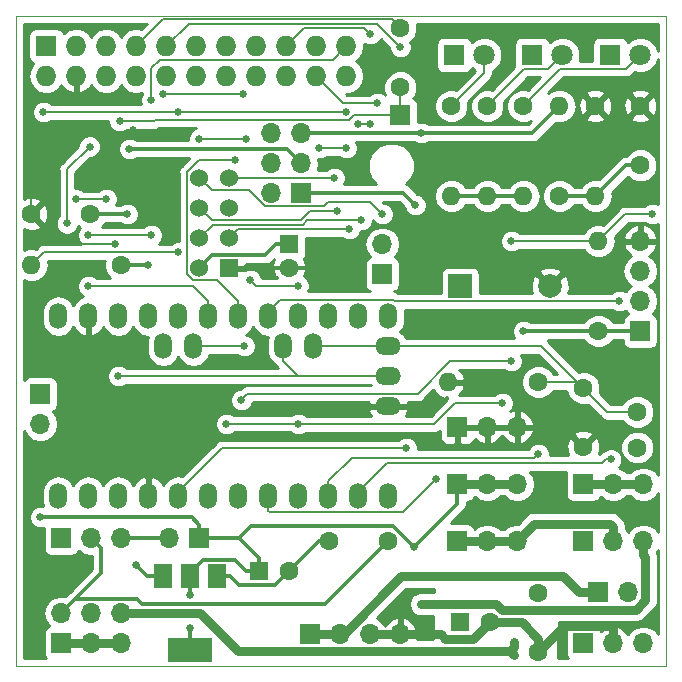
<source format=gbr>
%TF.GenerationSoftware,KiCad,Pcbnew,5.0.2-bee76a0~70~ubuntu18.04.1*%
%TF.CreationDate,2019-02-16T11:07:58+01:00*%
%TF.ProjectId,GP-Pcb,47502d50-6362-42e6-9b69-6361645f7063,2.0*%
%TF.SameCoordinates,Original*%
%TF.FileFunction,Copper,L1,Top*%
%TF.FilePolarity,Positive*%
%FSLAX46Y46*%
G04 Gerber Fmt 4.6, Leading zero omitted, Abs format (unit mm)*
G04 Created by KiCad (PCBNEW 5.0.2-bee76a0~70~ubuntu18.04.1) date sab 16 feb 2019 11:07:58 CET*
%MOMM*%
%LPD*%
G01*
G04 APERTURE LIST*
%ADD10C,0.010000*%
%ADD11R,1.700000X1.700000*%
%ADD12C,1.600000*%
%ADD13R,1.600000X1.600000*%
%ADD14O,1.700000X1.700000*%
%ADD15R,1.524000X1.524000*%
%ADD16C,1.524000*%
%ADD17O,1.600000X1.600000*%
%ADD18O,1.727200X1.727200*%
%ADD19R,1.727200X1.727200*%
%ADD20O,1.501140X2.199640*%
%ADD21O,2.199640X1.501140*%
%ADD22R,2.000000X2.000000*%
%ADD23C,2.000000*%
%ADD24R,1.800000X1.800000*%
%ADD25C,1.800000*%
%ADD26R,3.800000X2.000000*%
%ADD27R,1.500000X2.000000*%
%ADD28C,0.650000*%
%ADD29C,0.160000*%
%ADD30C,0.300000*%
%ADD31C,0.800000*%
%ADD32C,0.254000*%
G04 APERTURE END LIST*
D10*
X113420000Y-45720000D02*
X113420000Y-100720000D01*
X58420000Y-100720000D02*
X113420000Y-100720000D01*
X58420000Y-45720000D02*
X58420000Y-100720000D01*
X58420000Y-45720000D02*
X113420000Y-45720000D01*
D11*
X90932000Y-54102000D03*
D12*
X89916000Y-90170000D03*
X84916000Y-90170000D03*
D13*
X78994000Y-92710000D03*
D12*
X81494000Y-92710000D03*
D11*
X82550000Y-60706000D03*
D14*
X80010000Y-60706000D03*
X82550000Y-58166000D03*
X80010000Y-58166000D03*
X82550000Y-55626000D03*
X80010000Y-55626000D03*
D15*
X76454000Y-67056000D03*
D16*
X73914000Y-67056000D03*
X76454000Y-64516000D03*
X73914000Y-64516000D03*
X76454000Y-61976000D03*
X73914000Y-61976000D03*
X76454000Y-59436000D03*
X73914000Y-59436000D03*
D12*
X67310000Y-66802000D03*
D17*
X59690000Y-66802000D03*
D12*
X90932000Y-46736000D03*
X90932000Y-51736000D03*
X59690000Y-62484000D03*
X64690000Y-62484000D03*
D18*
X83820000Y-50800000D03*
X83820000Y-48260000D03*
X81280000Y-50800000D03*
X81280000Y-48260000D03*
X78740000Y-50800000D03*
X78740000Y-48260000D03*
X76200000Y-50800000D03*
X76200000Y-48260000D03*
X73660000Y-50800000D03*
X73660000Y-48260000D03*
X71120000Y-50800000D03*
X71120000Y-48260000D03*
D19*
X60960000Y-48260000D03*
D18*
X60960000Y-50800000D03*
X63500000Y-48260000D03*
X63500000Y-50800000D03*
X66040000Y-48260000D03*
X66040000Y-50800000D03*
X68580000Y-48260000D03*
X68580000Y-50800000D03*
X86360000Y-48260000D03*
X86360000Y-50800000D03*
D20*
X81026000Y-73660000D03*
X83566000Y-73660000D03*
X61976000Y-86360000D03*
X64516000Y-86360000D03*
X67056000Y-86360000D03*
X69596000Y-86360000D03*
X72136000Y-86360000D03*
X74676000Y-86360000D03*
X77216000Y-86360000D03*
X79756000Y-86360000D03*
X82296000Y-86360000D03*
X84836000Y-86360000D03*
X87376000Y-86360000D03*
X89916000Y-86360000D03*
X89916000Y-71120000D03*
X87376000Y-71120000D03*
X84836000Y-71120000D03*
X82296000Y-71120000D03*
X79756000Y-71120000D03*
X77216000Y-71120000D03*
X74676000Y-71120000D03*
X72136000Y-71120000D03*
X69596000Y-71120000D03*
X67056000Y-71120000D03*
X64516000Y-71120000D03*
X61976000Y-71120000D03*
X73406000Y-73660000D03*
X70866000Y-73660000D03*
D21*
X89916000Y-73660000D03*
X89916000Y-76200000D03*
X89916000Y-78740000D03*
D22*
X96012000Y-68580000D03*
D23*
X103612000Y-68580000D03*
D12*
X111252000Y-58340000D03*
X111252000Y-53340000D03*
X106426000Y-77216000D03*
X106426000Y-82216000D03*
X98512000Y-97028000D03*
D13*
X96012000Y-97028000D03*
D12*
X102616000Y-94568000D03*
X102616000Y-99568000D03*
D13*
X81534000Y-65024000D03*
D12*
X81534000Y-67024000D03*
D24*
X95504000Y-49022000D03*
D25*
X98044000Y-49022000D03*
D24*
X102108000Y-49022000D03*
D25*
X104648000Y-49022000D03*
X111252000Y-49022000D03*
D24*
X108712000Y-49022000D03*
D14*
X111252000Y-64770000D03*
X111252000Y-67310000D03*
X111252000Y-69850000D03*
D11*
X111252000Y-72390000D03*
D14*
X67310000Y-96266000D03*
X67310000Y-98806000D03*
X64770000Y-96266000D03*
X64770000Y-98806000D03*
X62230000Y-96266000D03*
D11*
X62230000Y-98806000D03*
D14*
X90932000Y-98044000D03*
X88392000Y-98044000D03*
X85852000Y-98044000D03*
D11*
X83312000Y-98044000D03*
D14*
X100838000Y-90170000D03*
X98298000Y-90170000D03*
D11*
X95758000Y-90170000D03*
X106426000Y-85344000D03*
D14*
X108966000Y-85344000D03*
X111506000Y-85344000D03*
X100838000Y-85344000D03*
X98298000Y-85344000D03*
D11*
X95758000Y-85344000D03*
X95758000Y-80518000D03*
D14*
X98298000Y-80518000D03*
X100838000Y-80518000D03*
D11*
X106426000Y-98806000D03*
D14*
X108966000Y-98806000D03*
X111506000Y-98806000D03*
D11*
X62230000Y-89916000D03*
D14*
X64770000Y-89916000D03*
X67310000Y-89916000D03*
X71374000Y-89916000D03*
D11*
X73914000Y-89916000D03*
X107696000Y-94488000D03*
D14*
X110236000Y-94488000D03*
X111506000Y-90170000D03*
X108966000Y-90170000D03*
D11*
X106426000Y-90170000D03*
D14*
X60452000Y-80264000D03*
D11*
X60452000Y-77724000D03*
X89408000Y-67564000D03*
D14*
X89408000Y-65024000D03*
D12*
X107696000Y-72390000D03*
D17*
X107696000Y-64770000D03*
D12*
X104394000Y-60960000D03*
D17*
X104394000Y-53340000D03*
X107442000Y-60960000D03*
D12*
X107442000Y-53340000D03*
X95250000Y-53340000D03*
D17*
X95250000Y-60960000D03*
X98298000Y-60960000D03*
D12*
X98298000Y-53340000D03*
X101346000Y-53340000D03*
D17*
X101346000Y-60960000D03*
D12*
X110998000Y-79248000D03*
X110998000Y-82248000D03*
D17*
X94996000Y-76708000D03*
D12*
X102616000Y-76708000D03*
D26*
X73152000Y-99416000D03*
D27*
X73152000Y-93116000D03*
X70852000Y-93116000D03*
X75452000Y-93116000D03*
D28*
X73914000Y-56134000D03*
X77856011Y-56134000D03*
X93980000Y-84917998D03*
X71374000Y-79756000D03*
X60678000Y-58420000D03*
X85852000Y-78994000D03*
X66802000Y-65024000D03*
X66802000Y-78994000D03*
X111760000Y-51054000D03*
X111506000Y-46736000D03*
X68326000Y-55372000D03*
X103632000Y-87122000D03*
X104648000Y-70866000D03*
X109474000Y-69850000D03*
X92964000Y-93167999D03*
X92710000Y-55626000D03*
X82296000Y-80264000D03*
X76185420Y-80249420D03*
X99568000Y-78486000D03*
X102616000Y-82804000D03*
X108776001Y-83247999D03*
X112268000Y-62484000D03*
X77470000Y-78232000D03*
X100330000Y-74930000D03*
X100330000Y-64770000D03*
X100584000Y-99822000D03*
X100584000Y-98672002D03*
X67818000Y-62484000D03*
X69596000Y-66802000D03*
X68002001Y-56965999D03*
X101346000Y-72390000D03*
X92710000Y-95504000D03*
X60452000Y-88138000D03*
X92074000Y-90678000D03*
X92202000Y-61722000D03*
X73152000Y-94742000D03*
X73152000Y-97536000D03*
X76962000Y-57912000D03*
X64516000Y-68580000D03*
X64516000Y-64262000D03*
X69850000Y-52832000D03*
X69850000Y-64262000D03*
X72136000Y-65720000D03*
X72136000Y-53848000D03*
X60706000Y-53848000D03*
X86360000Y-53848000D03*
X77596399Y-52324000D03*
X70866000Y-52324000D03*
X77724000Y-73660000D03*
X91440000Y-82296000D03*
X90932000Y-48334402D03*
X89408000Y-62484000D03*
X87630000Y-62992000D03*
X88997000Y-53086000D03*
X82296000Y-68580000D03*
X78232000Y-68072000D03*
X85344000Y-59436000D03*
X84074000Y-56896000D03*
X86360000Y-56896000D03*
X85598000Y-62230000D03*
X88392000Y-47244000D03*
X87376000Y-54864000D03*
X88392000Y-54864000D03*
X64643601Y-56768399D03*
X62709290Y-63274710D03*
X66040000Y-61214000D03*
X63485420Y-61228580D03*
X67056000Y-76200000D03*
X86614000Y-63754000D03*
X68580000Y-92202000D03*
X67183601Y-54610000D03*
D29*
X73914000Y-56134000D02*
X77978000Y-56134000D01*
X91158168Y-87739830D02*
X93980000Y-84917998D01*
X79876010Y-87739830D02*
X91158168Y-87739830D01*
X79756000Y-87619820D02*
X79876010Y-87739830D01*
X79756000Y-86360000D02*
X79756000Y-87619820D01*
D30*
X81502000Y-67056000D02*
X81534000Y-67024000D01*
X76454000Y-67056000D02*
X81502000Y-67056000D01*
D31*
X88392000Y-98044000D02*
X90932000Y-98044000D01*
D29*
X59690000Y-59408000D02*
X60678000Y-58420000D01*
X59690000Y-62484000D02*
X59690000Y-59408000D01*
D30*
X82665370Y-67024000D02*
X82697370Y-67056000D01*
X81534000Y-67024000D02*
X82665370Y-67024000D01*
X82697370Y-67056000D02*
X85598000Y-67056000D01*
D29*
X59690000Y-62484000D02*
X62230000Y-65024000D01*
X62230000Y-65024000D02*
X66802000Y-65024000D01*
D31*
X97111999Y-98428001D02*
X98512000Y-97028000D01*
X94731999Y-98428001D02*
X97111999Y-98428001D01*
X94347998Y-98044000D02*
X94731999Y-98428001D01*
X90932000Y-98044000D02*
X94347998Y-98044000D01*
X102616000Y-98436630D02*
X102616000Y-99568000D01*
X101207370Y-97028000D02*
X102616000Y-98436630D01*
X98512000Y-97028000D02*
X101207370Y-97028000D01*
X108966000Y-97603919D02*
X108966000Y-98806000D01*
X104828001Y-97355999D02*
X108718080Y-97355999D01*
X108718080Y-97355999D02*
X108966000Y-97603919D01*
X102616000Y-99568000D02*
X104828001Y-97355999D01*
D30*
X80694001Y-93509999D02*
X81494000Y-92710000D01*
X77246001Y-93860001D02*
X80343999Y-93860001D01*
X76502000Y-93116000D02*
X77246001Y-93860001D01*
X80343999Y-93860001D02*
X80694001Y-93509999D01*
X75452000Y-93116000D02*
X76502000Y-93116000D01*
X84034000Y-90170000D02*
X84916000Y-90170000D01*
X81494000Y-92710000D02*
X84034000Y-90170000D01*
X104394000Y-60960000D02*
X107442000Y-60960000D01*
X110062000Y-58340000D02*
X111252000Y-58340000D01*
X107442000Y-60960000D02*
X110062000Y-58340000D01*
D29*
X79756000Y-70770750D02*
X79756000Y-71120000D01*
X80786580Y-69740170D02*
X79756000Y-70770750D01*
X90342880Y-69740170D02*
X80786580Y-69740170D01*
X90462711Y-69860001D02*
X90342880Y-69740170D01*
X109004380Y-69860001D02*
X90462711Y-69860001D01*
X109014381Y-69850000D02*
X109004380Y-69860001D01*
X109474000Y-69850000D02*
X109014381Y-69850000D01*
D31*
X62230000Y-98806000D02*
X64770000Y-98806000D01*
X67310000Y-98806000D02*
X64770000Y-98806000D01*
X104725999Y-93167999D02*
X92964000Y-93167999D01*
X106046000Y-94488000D02*
X104725999Y-93167999D01*
X107696000Y-94488000D02*
X106046000Y-94488000D01*
D30*
X102108000Y-55626000D02*
X104394000Y-53340000D01*
X82550000Y-55626000D02*
X92710000Y-55626000D01*
X92710000Y-55626000D02*
X102108000Y-55626000D01*
D31*
X83312000Y-98044000D02*
X85852000Y-98044000D01*
X86122226Y-98044000D02*
X83312000Y-98044000D01*
X90998227Y-93167999D02*
X86122226Y-98044000D01*
X92964000Y-93167999D02*
X90998227Y-93167999D01*
D29*
X83566000Y-73660000D02*
X89916000Y-73660000D01*
X105918000Y-76708000D02*
X106426000Y-77216000D01*
X102616000Y-76708000D02*
X105918000Y-76708000D01*
X108458000Y-79248000D02*
X110998000Y-79248000D01*
X106426000Y-77216000D02*
X108458000Y-79248000D01*
X102870000Y-73660000D02*
X106426000Y-77216000D01*
X89916000Y-73660000D02*
X102870000Y-73660000D01*
D31*
X95758000Y-90170000D02*
X98298000Y-90170000D01*
X100838000Y-90170000D02*
X98298000Y-90170000D01*
X101687999Y-89320001D02*
X100838000Y-90170000D01*
X102288001Y-88719999D02*
X101687999Y-89320001D01*
X108718080Y-88719999D02*
X102288001Y-88719999D01*
X108966000Y-88967919D02*
X108718080Y-88719999D01*
X108966000Y-90170000D02*
X108966000Y-88967919D01*
D29*
X68580000Y-48260000D02*
X70834990Y-46005010D01*
X90201010Y-46005010D02*
X90932000Y-46736000D01*
X70834990Y-46005010D02*
X90201010Y-46005010D01*
D30*
X79514001Y-65943999D02*
X80434000Y-65024000D01*
X80434000Y-65024000D02*
X81534000Y-65024000D01*
X75026001Y-65943999D02*
X79514001Y-65943999D01*
X73914000Y-67056000D02*
X75026001Y-65943999D01*
D29*
X82281420Y-80249420D02*
X82296000Y-80264000D01*
X76185420Y-80249420D02*
X82281420Y-80249420D01*
X95585998Y-78486000D02*
X99568000Y-78486000D01*
X93807998Y-80264000D02*
X95585998Y-78486000D01*
X82296000Y-80264000D02*
X93807998Y-80264000D01*
X98044000Y-50546000D02*
X98044000Y-49022000D01*
X95250000Y-53340000D02*
X98044000Y-50546000D01*
X102291001Y-83128999D02*
X102616000Y-82804000D01*
X86807181Y-83128999D02*
X102291001Y-83128999D01*
X84836000Y-85100180D02*
X86807181Y-83128999D01*
X84836000Y-86360000D02*
X84836000Y-85100180D01*
X103467999Y-50202001D02*
X104648000Y-49022000D01*
X101435999Y-50202001D02*
X103467999Y-50202001D01*
X98298000Y-53340000D02*
X101435999Y-50202001D01*
X110071999Y-50202001D02*
X111252000Y-49022000D01*
X104483999Y-50202001D02*
X110071999Y-50202001D01*
X101346000Y-53340000D02*
X104483999Y-50202001D01*
X89820750Y-83566000D02*
X87376000Y-86010750D01*
X87376000Y-86010750D02*
X87376000Y-86360000D01*
X107998381Y-83566000D02*
X89820750Y-83566000D01*
X108316382Y-83247999D02*
X107998381Y-83566000D01*
X108776001Y-83247999D02*
X108316382Y-83247999D01*
X107696000Y-64770000D02*
X109982000Y-62484000D01*
X109982000Y-62484000D02*
X112268000Y-62484000D01*
X92396178Y-77709420D02*
X95175598Y-74930000D01*
X77470000Y-78232000D02*
X77992580Y-77709420D01*
X77992580Y-77709420D02*
X92396178Y-77709420D01*
X95175598Y-74930000D02*
X100330000Y-74930000D01*
X100330000Y-64770000D02*
X107696000Y-64770000D01*
D31*
X106426000Y-85344000D02*
X108966000Y-85344000D01*
X111506000Y-85344000D02*
X108966000Y-85344000D01*
D30*
X107696000Y-72390000D02*
X111252000Y-72390000D01*
X95250000Y-60960000D02*
X98298000Y-60960000D01*
X98298000Y-60960000D02*
X101346000Y-60960000D01*
D31*
X73982002Y-96266000D02*
X67310000Y-96266000D01*
X77210003Y-99494001D02*
X73982002Y-96266000D01*
X100256001Y-99494001D02*
X77210003Y-99494001D01*
X100584000Y-99822000D02*
X100256001Y-99494001D01*
X100584000Y-99166002D02*
X100256001Y-99494001D01*
X100584000Y-98672002D02*
X100584000Y-99166002D01*
D30*
X64690000Y-62484000D02*
X67818000Y-62484000D01*
X67310000Y-66802000D02*
X69596000Y-66802000D01*
X81349999Y-56965999D02*
X68002001Y-56965999D01*
X82550000Y-58166000D02*
X81349999Y-56965999D01*
X101346000Y-72390000D02*
X107696000Y-72390000D01*
X67310000Y-89916000D02*
X71374000Y-89916000D01*
D31*
X99524003Y-95968001D02*
X99060002Y-95504000D01*
X111686001Y-95184001D02*
X110902001Y-95968001D01*
X111506000Y-90170000D02*
X111506000Y-91372081D01*
X110902001Y-95968001D02*
X99524003Y-95968001D01*
X111686001Y-91552082D02*
X111686001Y-95184001D01*
X111506000Y-91372081D02*
X111686001Y-91552082D01*
X99060002Y-95504000D02*
X92710000Y-95504000D01*
X100838000Y-85344000D02*
X98298000Y-85344000D01*
X98298000Y-85344000D02*
X95758000Y-85344000D01*
D30*
X73286000Y-88138000D02*
X73914000Y-88766000D01*
X73914000Y-88766000D02*
X73914000Y-89916000D01*
X60452000Y-88138000D02*
X73286000Y-88138000D01*
X73152000Y-99416000D02*
X73152000Y-97536000D01*
X73152000Y-93116000D02*
X73152000Y-94742000D01*
X91186000Y-60706000D02*
X92202000Y-61722000D01*
X82550000Y-60706000D02*
X91186000Y-60706000D01*
X95758000Y-86994000D02*
X92074000Y-90678000D01*
X95758000Y-85344000D02*
X95758000Y-86994000D01*
X76949999Y-91765999D02*
X77894000Y-92710000D01*
X74252001Y-91765999D02*
X76949999Y-91765999D01*
X73152000Y-92866000D02*
X74252001Y-91765999D01*
X77894000Y-92710000D02*
X78994000Y-92710000D01*
X73152000Y-93116000D02*
X73152000Y-92866000D01*
X75064000Y-89916000D02*
X73914000Y-89916000D01*
X77300000Y-89916000D02*
X75064000Y-89916000D01*
X78994000Y-91610000D02*
X77300000Y-89916000D01*
X78994000Y-92710000D02*
X78994000Y-91610000D01*
X91749001Y-90353001D02*
X92074000Y-90678000D01*
X90296000Y-88900000D02*
X91749001Y-90353001D01*
X78316000Y-88900000D02*
X90296000Y-88900000D01*
X77300000Y-89916000D02*
X78316000Y-88900000D01*
D29*
X73413839Y-68098001D02*
X72871999Y-67556161D01*
X75453821Y-68098001D02*
X73413839Y-68098001D01*
X77216000Y-71120000D02*
X77216000Y-69860180D01*
X77216000Y-69860180D02*
X75453821Y-68098001D01*
X72871999Y-67556161D02*
X72871999Y-58935839D01*
X72871999Y-58935839D02*
X73895838Y-57912000D01*
X73895838Y-57912000D02*
X76962000Y-57912000D01*
X74676000Y-69860180D02*
X73395820Y-68580000D01*
X74676000Y-71120000D02*
X74676000Y-69860180D01*
X73395820Y-68580000D02*
X64516000Y-68580000D01*
X64516000Y-64262000D02*
X69850000Y-64262000D01*
X69850000Y-50124672D02*
X69850000Y-52832000D01*
X70571071Y-49403601D02*
X69850000Y-50124672D01*
X85216399Y-49403601D02*
X70571071Y-49403601D01*
X86360000Y-48260000D02*
X85216399Y-49403601D01*
X59690000Y-66802000D02*
X60772000Y-65720000D01*
X70104000Y-65720000D02*
X70546000Y-65720000D01*
X72136000Y-65720000D02*
X70104000Y-65720000D01*
X60772000Y-65720000D02*
X70104000Y-65720000D01*
X72136000Y-53848000D02*
X60706000Y-53848000D01*
X72136000Y-53848000D02*
X86360000Y-53848000D01*
X77596399Y-52324000D02*
X70866000Y-52324000D01*
X73406000Y-73660000D02*
X77724000Y-73660000D01*
X72136000Y-86010750D02*
X72136000Y-86360000D01*
X75850750Y-82296000D02*
X72136000Y-86010750D01*
X91440000Y-82296000D02*
X75850750Y-82296000D01*
X71120000Y-48260000D02*
X73014980Y-46365020D01*
X88962618Y-46365020D02*
X90932000Y-48334402D01*
X81788000Y-46365020D02*
X88962618Y-46365020D01*
X73014980Y-46365020D02*
X81788000Y-46365020D01*
X76454000Y-46365020D02*
X81788000Y-46365020D01*
X79467599Y-61836001D02*
X84467999Y-61836001D01*
X78109599Y-60478001D02*
X79467599Y-61836001D01*
X73914000Y-59436000D02*
X74956001Y-60478001D01*
X74956001Y-60478001D02*
X78109599Y-60478001D01*
X84467999Y-61836001D02*
X84836000Y-61468000D01*
X88392000Y-61468000D02*
X84836000Y-61468000D01*
X89408000Y-62484000D02*
X88392000Y-61468000D01*
X75036010Y-63393990D02*
X82656010Y-63393990D01*
X73914000Y-64516000D02*
X75036010Y-63393990D01*
X82656010Y-63393990D02*
X83058000Y-62992000D01*
X83058000Y-62992000D02*
X87630000Y-62992000D01*
X83820000Y-50800000D02*
X86106000Y-53086000D01*
X86106000Y-53086000D02*
X88997000Y-53086000D01*
X78740000Y-68580000D02*
X78232000Y-68072000D01*
X82296000Y-68580000D02*
X78740000Y-68580000D01*
X85344000Y-59436000D02*
X84074000Y-59436000D01*
X76454000Y-59436000D02*
X84074000Y-59436000D01*
X84074000Y-59436000D02*
X84328000Y-59436000D01*
X84074000Y-56896000D02*
X86360000Y-56896000D01*
X82522869Y-63018001D02*
X83310870Y-62230000D01*
X73914000Y-61976000D02*
X74956001Y-63018001D01*
X74956001Y-63018001D02*
X82522869Y-63018001D01*
X83310870Y-62230000D02*
X85598000Y-62230000D01*
X82814970Y-46725030D02*
X87873030Y-46725030D01*
X81280000Y-48260000D02*
X82814970Y-46725030D01*
X87873030Y-46725030D02*
X88392000Y-47244000D01*
X87376000Y-54864000D02*
X88392000Y-54864000D01*
X62709290Y-58702710D02*
X64643601Y-56768399D01*
X62709290Y-63274710D02*
X62709290Y-58702710D01*
X66025420Y-61228580D02*
X66040000Y-61214000D01*
X63485420Y-61228580D02*
X66025420Y-61228580D01*
X82306180Y-76200000D02*
X89916000Y-76200000D01*
X81026000Y-74919820D02*
X82306180Y-76200000D01*
X81026000Y-73660000D02*
X81026000Y-74919820D01*
X82306180Y-76200000D02*
X82052180Y-75946000D01*
X82306180Y-76200000D02*
X67056000Y-76200000D01*
X76454000Y-64516000D02*
X77216000Y-63754000D01*
X77216000Y-63754000D02*
X86614000Y-63754000D01*
D30*
X63430001Y-95065999D02*
X63079999Y-95416001D01*
X68649999Y-95065999D02*
X63430001Y-95065999D01*
X69099990Y-95515990D02*
X68649999Y-95065999D01*
X84570010Y-95515990D02*
X69099990Y-95515990D01*
X89916000Y-90170000D02*
X84570010Y-95515990D01*
X63079999Y-95416001D02*
X62230000Y-96266000D01*
X65619999Y-90765999D02*
X65619999Y-92876001D01*
X65619999Y-92876001D02*
X63079999Y-95416001D01*
X64770000Y-89916000D02*
X65619999Y-90765999D01*
X69494000Y-93116000D02*
X68580000Y-92202000D01*
X70852000Y-93116000D02*
X69494000Y-93116000D01*
D29*
X90932000Y-53594000D02*
X91694000Y-54356000D01*
X70218001Y-54495999D02*
X70104000Y-54610000D01*
X70104000Y-54610000D02*
X67183601Y-54610000D01*
X90932000Y-51736000D02*
X90932000Y-54102000D01*
X86607403Y-54495999D02*
X86106000Y-54495999D01*
X90932000Y-54102000D02*
X87001402Y-54102000D01*
X87001402Y-54102000D02*
X86607403Y-54495999D01*
X86106000Y-54495999D02*
X70218001Y-54495999D01*
D32*
G36*
X112780000Y-61656980D02*
X112458956Y-61524000D01*
X112077044Y-61524000D01*
X111724203Y-61670151D01*
X111625354Y-61769000D01*
X110052416Y-61769000D01*
X109981999Y-61754993D01*
X109911582Y-61769000D01*
X109703021Y-61810485D01*
X109466514Y-61968514D01*
X109426626Y-62028211D01*
X108072967Y-63381871D01*
X107837333Y-63335000D01*
X107554667Y-63335000D01*
X107136091Y-63418260D01*
X106661423Y-63735423D01*
X106447888Y-64055000D01*
X100972646Y-64055000D01*
X100873797Y-63956151D01*
X100520956Y-63810000D01*
X100139044Y-63810000D01*
X99786203Y-63956151D01*
X99516151Y-64226203D01*
X99370000Y-64579044D01*
X99370000Y-64960956D01*
X99516151Y-65313797D01*
X99786203Y-65583849D01*
X100139044Y-65730000D01*
X100520956Y-65730000D01*
X100873797Y-65583849D01*
X100972646Y-65485000D01*
X106447888Y-65485000D01*
X106661423Y-65804577D01*
X107136091Y-66121740D01*
X107554667Y-66205000D01*
X107837333Y-66205000D01*
X108255909Y-66121740D01*
X108730577Y-65804577D01*
X109047740Y-65329909D01*
X109159113Y-64770000D01*
X109088123Y-64413110D01*
X109810524Y-64413110D01*
X109931845Y-64643000D01*
X111125000Y-64643000D01*
X111125000Y-63449181D01*
X111379000Y-63449181D01*
X111379000Y-64643000D01*
X112572155Y-64643000D01*
X112693476Y-64413110D01*
X112523645Y-64003076D01*
X112133358Y-63574817D01*
X111608892Y-63328514D01*
X111379000Y-63449181D01*
X111125000Y-63449181D01*
X110895108Y-63328514D01*
X110370642Y-63574817D01*
X109980355Y-64003076D01*
X109810524Y-64413110D01*
X109088123Y-64413110D01*
X109084129Y-64393033D01*
X110278163Y-63199000D01*
X111625354Y-63199000D01*
X111724203Y-63297849D01*
X112077044Y-63444000D01*
X112458956Y-63444000D01*
X112780000Y-63311020D01*
X112780001Y-84577748D01*
X112576625Y-84273375D01*
X112085418Y-83945161D01*
X111652256Y-83859000D01*
X111359744Y-83859000D01*
X110926582Y-83945161D01*
X110435375Y-84273375D01*
X110411571Y-84309000D01*
X110060429Y-84309000D01*
X110036625Y-84273375D01*
X109545418Y-83945161D01*
X109454558Y-83927088D01*
X109589850Y-83791796D01*
X109736001Y-83438955D01*
X109736001Y-83057043D01*
X109589850Y-82704202D01*
X109319798Y-82434150D01*
X108966957Y-82287999D01*
X108585045Y-82287999D01*
X108232204Y-82434150D01*
X108105394Y-82560960D01*
X108037403Y-82574484D01*
X107800896Y-82732513D01*
X107761005Y-82792214D01*
X107734097Y-82819122D01*
X107872965Y-82432777D01*
X107850547Y-81962561D01*
X109563000Y-81962561D01*
X109563000Y-82533439D01*
X109781466Y-83060862D01*
X110185138Y-83464534D01*
X110712561Y-83683000D01*
X111283439Y-83683000D01*
X111810862Y-83464534D01*
X112214534Y-83060862D01*
X112433000Y-82533439D01*
X112433000Y-81962561D01*
X112214534Y-81435138D01*
X111810862Y-81031466D01*
X111283439Y-80813000D01*
X110712561Y-80813000D01*
X110185138Y-81031466D01*
X109781466Y-81435138D01*
X109563000Y-81962561D01*
X107850547Y-81962561D01*
X107845778Y-81862546D01*
X107679864Y-81461995D01*
X107433745Y-81387861D01*
X106605605Y-82216000D01*
X106619748Y-82230142D01*
X106440142Y-82409748D01*
X106426000Y-82395605D01*
X106411858Y-82409748D01*
X106232252Y-82230142D01*
X106246395Y-82216000D01*
X105418255Y-81387861D01*
X105172136Y-81461995D01*
X104979035Y-81999223D01*
X105006222Y-82569454D01*
X105122842Y-82851000D01*
X103576000Y-82851000D01*
X103576000Y-82613044D01*
X103429849Y-82260203D01*
X103159797Y-81990151D01*
X102806956Y-81844000D01*
X102425044Y-81844000D01*
X102072203Y-81990151D01*
X101802151Y-82260203D01*
X101738447Y-82413999D01*
X92400000Y-82413999D01*
X92400000Y-82105044D01*
X92253849Y-81752203D01*
X91983797Y-81482151D01*
X91630956Y-81336000D01*
X91249044Y-81336000D01*
X90896203Y-81482151D01*
X90797354Y-81581000D01*
X75921168Y-81581000D01*
X75850750Y-81566993D01*
X75780332Y-81581000D01*
X75571771Y-81622485D01*
X75335264Y-81780514D01*
X75295375Y-81840212D01*
X72470930Y-84664658D01*
X72136000Y-84598036D01*
X71595378Y-84705572D01*
X71137060Y-85011811D01*
X70850455Y-85440746D01*
X70827499Y-85363183D01*
X70485944Y-84941202D01*
X70008903Y-84682050D01*
X69937275Y-84667867D01*
X69723000Y-84790521D01*
X69723000Y-86233000D01*
X69743000Y-86233000D01*
X69743000Y-86487000D01*
X69723000Y-86487000D01*
X69723000Y-86507000D01*
X69469000Y-86507000D01*
X69469000Y-86487000D01*
X69449000Y-86487000D01*
X69449000Y-86233000D01*
X69469000Y-86233000D01*
X69469000Y-84790521D01*
X69254725Y-84667867D01*
X69183097Y-84682050D01*
X68706056Y-84941202D01*
X68364501Y-85363183D01*
X68341545Y-85440745D01*
X68054939Y-85011810D01*
X67596621Y-84705572D01*
X67056000Y-84598036D01*
X66515378Y-84705572D01*
X66057060Y-85011811D01*
X65786000Y-85417481D01*
X65514939Y-85011810D01*
X65056621Y-84705572D01*
X64516000Y-84598036D01*
X63975378Y-84705572D01*
X63517060Y-85011811D01*
X63246000Y-85417481D01*
X62974939Y-85011810D01*
X62516621Y-84705572D01*
X61976000Y-84598036D01*
X61435378Y-84705572D01*
X60977060Y-85011811D01*
X60670822Y-85470129D01*
X60590430Y-85874288D01*
X60590430Y-86845713D01*
X60657744Y-87184125D01*
X60642956Y-87178000D01*
X60261044Y-87178000D01*
X59908203Y-87324151D01*
X59638151Y-87594203D01*
X59492000Y-87947044D01*
X59492000Y-88328956D01*
X59638151Y-88681797D01*
X59908203Y-88951849D01*
X60261044Y-89098000D01*
X60642956Y-89098000D01*
X60733669Y-89060426D01*
X60732560Y-89066000D01*
X60732560Y-90766000D01*
X60781843Y-91013765D01*
X60922191Y-91223809D01*
X61132235Y-91364157D01*
X61380000Y-91413440D01*
X63080000Y-91413440D01*
X63327765Y-91364157D01*
X63537809Y-91223809D01*
X63678157Y-91013765D01*
X63687184Y-90968381D01*
X63699375Y-90986625D01*
X64190582Y-91314839D01*
X64623744Y-91401000D01*
X64834999Y-91401000D01*
X64835000Y-92550842D01*
X62929593Y-94456250D01*
X62864048Y-94500046D01*
X62820252Y-94565591D01*
X62695692Y-94690151D01*
X62579594Y-94806250D01*
X62579590Y-94806252D01*
X62566917Y-94818925D01*
X62376256Y-94781000D01*
X62083744Y-94781000D01*
X61650582Y-94867161D01*
X61159375Y-95195375D01*
X60831161Y-95686582D01*
X60715908Y-96266000D01*
X60831161Y-96845418D01*
X61159375Y-97336625D01*
X61177619Y-97348816D01*
X61132235Y-97357843D01*
X60922191Y-97498191D01*
X60781843Y-97708235D01*
X60732560Y-97956000D01*
X60732560Y-99656000D01*
X60781843Y-99903765D01*
X60899600Y-100080000D01*
X59060000Y-100080000D01*
X59060000Y-80853653D01*
X59381375Y-81334625D01*
X59872582Y-81662839D01*
X60305744Y-81749000D01*
X60598256Y-81749000D01*
X61031418Y-81662839D01*
X61522625Y-81334625D01*
X61850839Y-80843418D01*
X61966092Y-80264000D01*
X61850839Y-79684582D01*
X61522625Y-79193375D01*
X61504381Y-79181184D01*
X61549765Y-79172157D01*
X61759809Y-79031809D01*
X61900157Y-78821765D01*
X61949440Y-78574000D01*
X61949440Y-76874000D01*
X61900157Y-76626235D01*
X61759809Y-76416191D01*
X61549765Y-76275843D01*
X61302000Y-76226560D01*
X59602000Y-76226560D01*
X59354235Y-76275843D01*
X59144191Y-76416191D01*
X59060000Y-76542191D01*
X59060000Y-68106907D01*
X59130091Y-68153740D01*
X59548667Y-68237000D01*
X59831333Y-68237000D01*
X60249909Y-68153740D01*
X60724577Y-67836577D01*
X61041740Y-67361909D01*
X61153113Y-66802000D01*
X61080112Y-66435000D01*
X65908784Y-66435000D01*
X65875000Y-66516561D01*
X65875000Y-67087439D01*
X66093466Y-67614862D01*
X66343604Y-67865000D01*
X65158646Y-67865000D01*
X65059797Y-67766151D01*
X64706956Y-67620000D01*
X64325044Y-67620000D01*
X63972203Y-67766151D01*
X63702151Y-68036203D01*
X63556000Y-68389044D01*
X63556000Y-68770956D01*
X63702151Y-69123797D01*
X63972203Y-69393849D01*
X64096813Y-69445464D01*
X63626056Y-69701202D01*
X63284501Y-70123183D01*
X63261545Y-70200745D01*
X62974939Y-69771810D01*
X62516621Y-69465572D01*
X61976000Y-69358036D01*
X61435378Y-69465572D01*
X60977060Y-69771811D01*
X60670822Y-70230129D01*
X60590430Y-70634288D01*
X60590430Y-71605713D01*
X60670822Y-72009872D01*
X60977061Y-72468190D01*
X61435379Y-72774428D01*
X61976000Y-72881964D01*
X62516622Y-72774428D01*
X62974940Y-72468190D01*
X63261545Y-72039255D01*
X63284501Y-72116817D01*
X63626056Y-72538798D01*
X64103097Y-72797950D01*
X64174725Y-72812133D01*
X64389000Y-72689479D01*
X64389000Y-71247000D01*
X64369000Y-71247000D01*
X64369000Y-70993000D01*
X64389000Y-70993000D01*
X64389000Y-70973000D01*
X64643000Y-70973000D01*
X64643000Y-70993000D01*
X64663000Y-70993000D01*
X64663000Y-71247000D01*
X64643000Y-71247000D01*
X64643000Y-72689479D01*
X64857275Y-72812133D01*
X64928903Y-72797950D01*
X65405944Y-72538798D01*
X65747499Y-72116817D01*
X65770455Y-72039255D01*
X66057061Y-72468190D01*
X66515379Y-72774428D01*
X67056000Y-72881964D01*
X67596622Y-72774428D01*
X68054940Y-72468190D01*
X68326000Y-72062520D01*
X68597061Y-72468190D01*
X69055379Y-72774428D01*
X69540762Y-72870977D01*
X69480430Y-73174288D01*
X69480430Y-74145713D01*
X69560822Y-74549872D01*
X69867061Y-75008190D01*
X70325379Y-75314428D01*
X70866000Y-75421964D01*
X71406622Y-75314428D01*
X71864940Y-75008190D01*
X72136000Y-74602520D01*
X72407061Y-75008190D01*
X72865379Y-75314428D01*
X73406000Y-75421964D01*
X73946622Y-75314428D01*
X74404940Y-75008190D01*
X74711178Y-74549872D01*
X74745962Y-74375000D01*
X77081354Y-74375000D01*
X77180203Y-74473849D01*
X77533044Y-74620000D01*
X77914956Y-74620000D01*
X78267797Y-74473849D01*
X78537849Y-74203797D01*
X78684000Y-73850956D01*
X78684000Y-73469044D01*
X78537849Y-73116203D01*
X78267797Y-72846151D01*
X77914956Y-72700000D01*
X77868011Y-72700000D01*
X78214940Y-72468190D01*
X78486000Y-72062520D01*
X78757061Y-72468190D01*
X79215379Y-72774428D01*
X79700762Y-72870977D01*
X79640430Y-73174288D01*
X79640430Y-74145713D01*
X79720822Y-74549872D01*
X80027061Y-75008190D01*
X80384876Y-75247274D01*
X80510515Y-75435306D01*
X80570213Y-75475195D01*
X80580018Y-75485000D01*
X67698646Y-75485000D01*
X67599797Y-75386151D01*
X67246956Y-75240000D01*
X66865044Y-75240000D01*
X66512203Y-75386151D01*
X66242151Y-75656203D01*
X66096000Y-76009044D01*
X66096000Y-76390956D01*
X66242151Y-76743797D01*
X66512203Y-77013849D01*
X66865044Y-77160000D01*
X67246956Y-77160000D01*
X67599797Y-77013849D01*
X67698646Y-76915000D01*
X82235761Y-76915000D01*
X82266480Y-76921110D01*
X82306179Y-76929007D01*
X82306180Y-76929007D01*
X82376598Y-76915000D01*
X88378088Y-76915000D01*
X88431154Y-76994420D01*
X78062998Y-76994420D01*
X77992580Y-76980413D01*
X77922162Y-76994420D01*
X77713601Y-77035905D01*
X77477094Y-77193934D01*
X77437205Y-77253632D01*
X77418837Y-77272000D01*
X77279044Y-77272000D01*
X76926203Y-77418151D01*
X76656151Y-77688203D01*
X76510000Y-78041044D01*
X76510000Y-78422956D01*
X76656151Y-78775797D01*
X76926203Y-79045849D01*
X77279044Y-79192000D01*
X77660956Y-79192000D01*
X78013797Y-79045849D01*
X78283849Y-78775797D01*
X78429394Y-78424420D01*
X88238575Y-78424420D01*
X88346521Y-78613000D01*
X89789000Y-78613000D01*
X89789000Y-78593000D01*
X90043000Y-78593000D01*
X90043000Y-78613000D01*
X91485479Y-78613000D01*
X91593425Y-78424420D01*
X92325761Y-78424420D01*
X92396178Y-78438427D01*
X92466595Y-78424420D01*
X92466596Y-78424420D01*
X92675157Y-78382935D01*
X92911664Y-78224906D01*
X92951555Y-78165205D01*
X93737539Y-77379221D01*
X93764959Y-77445423D01*
X94140866Y-77860389D01*
X94646959Y-78099914D01*
X94868998Y-77978630D01*
X94868998Y-78143000D01*
X94917835Y-78143000D01*
X93511836Y-79549000D01*
X91378771Y-79549000D01*
X91593950Y-79152903D01*
X91608133Y-79081275D01*
X91485479Y-78867000D01*
X90043000Y-78867000D01*
X90043000Y-78887000D01*
X89789000Y-78887000D01*
X89789000Y-78867000D01*
X88346521Y-78867000D01*
X88223867Y-79081275D01*
X88238050Y-79152903D01*
X88453229Y-79549000D01*
X82938646Y-79549000D01*
X82839797Y-79450151D01*
X82486956Y-79304000D01*
X82105044Y-79304000D01*
X81752203Y-79450151D01*
X81667934Y-79534420D01*
X76828066Y-79534420D01*
X76729217Y-79435571D01*
X76376376Y-79289420D01*
X75994464Y-79289420D01*
X75641623Y-79435571D01*
X75371571Y-79705623D01*
X75225420Y-80058464D01*
X75225420Y-80440376D01*
X75371571Y-80793217D01*
X75641623Y-81063269D01*
X75994464Y-81209420D01*
X76376376Y-81209420D01*
X76729217Y-81063269D01*
X76828066Y-80964420D01*
X81638774Y-80964420D01*
X81752203Y-81077849D01*
X82105044Y-81224000D01*
X82486956Y-81224000D01*
X82839797Y-81077849D01*
X82938646Y-80979000D01*
X93737581Y-80979000D01*
X93807998Y-80993007D01*
X93878415Y-80979000D01*
X93878416Y-80979000D01*
X94086977Y-80937515D01*
X94273000Y-80813218D01*
X94273000Y-81494309D01*
X94369673Y-81727698D01*
X94548301Y-81906327D01*
X94781690Y-82003000D01*
X95472250Y-82003000D01*
X95631000Y-81844250D01*
X95631000Y-80645000D01*
X95885000Y-80645000D01*
X95885000Y-81844250D01*
X96043750Y-82003000D01*
X96734310Y-82003000D01*
X96967699Y-81906327D01*
X97146327Y-81727698D01*
X97233136Y-81518122D01*
X97531076Y-81789645D01*
X97941110Y-81959476D01*
X98171000Y-81838155D01*
X98171000Y-80645000D01*
X98425000Y-80645000D01*
X98425000Y-81838155D01*
X98654890Y-81959476D01*
X99064924Y-81789645D01*
X99493183Y-81399358D01*
X99568000Y-81240046D01*
X99642817Y-81399358D01*
X100071076Y-81789645D01*
X100481110Y-81959476D01*
X100711000Y-81838155D01*
X100711000Y-80645000D01*
X100965000Y-80645000D01*
X100965000Y-81838155D01*
X101194890Y-81959476D01*
X101604924Y-81789645D01*
X102033183Y-81399358D01*
X102122929Y-81208255D01*
X105597861Y-81208255D01*
X106426000Y-82036395D01*
X107254139Y-81208255D01*
X107180005Y-80962136D01*
X106642777Y-80769035D01*
X106072546Y-80796222D01*
X105671995Y-80962136D01*
X105597861Y-81208255D01*
X102122929Y-81208255D01*
X102279486Y-80874892D01*
X102158819Y-80645000D01*
X100965000Y-80645000D01*
X100711000Y-80645000D01*
X98425000Y-80645000D01*
X98171000Y-80645000D01*
X95885000Y-80645000D01*
X95631000Y-80645000D01*
X95611000Y-80645000D01*
X95611000Y-80391000D01*
X95631000Y-80391000D01*
X95631000Y-80371000D01*
X95885000Y-80371000D01*
X95885000Y-80391000D01*
X98171000Y-80391000D01*
X98171000Y-80371000D01*
X98425000Y-80371000D01*
X98425000Y-80391000D01*
X100711000Y-80391000D01*
X100711000Y-79197845D01*
X100965000Y-79197845D01*
X100965000Y-80391000D01*
X102158819Y-80391000D01*
X102279486Y-80161108D01*
X102033183Y-79636642D01*
X101604924Y-79246355D01*
X101194890Y-79076524D01*
X100965000Y-79197845D01*
X100711000Y-79197845D01*
X100481110Y-79076524D01*
X100231904Y-79179742D01*
X100381849Y-79029797D01*
X100528000Y-78676956D01*
X100528000Y-78295044D01*
X100381849Y-77942203D01*
X100111797Y-77672151D01*
X99758956Y-77526000D01*
X99377044Y-77526000D01*
X99024203Y-77672151D01*
X98925354Y-77771000D01*
X95932109Y-77771000D01*
X96227041Y-77445423D01*
X96387904Y-77057039D01*
X96265915Y-76835000D01*
X95123000Y-76835000D01*
X95123000Y-76855000D01*
X94869000Y-76855000D01*
X94869000Y-76835000D01*
X94849000Y-76835000D01*
X94849000Y-76581000D01*
X94869000Y-76581000D01*
X94869000Y-76561000D01*
X95123000Y-76561000D01*
X95123000Y-76581000D01*
X96265915Y-76581000D01*
X96387904Y-76358961D01*
X96227041Y-75970577D01*
X95932109Y-75645000D01*
X99687354Y-75645000D01*
X99786203Y-75743849D01*
X100139044Y-75890000D01*
X100520956Y-75890000D01*
X100873797Y-75743849D01*
X101143849Y-75473797D01*
X101290000Y-75120956D01*
X101290000Y-74739044D01*
X101143849Y-74386203D01*
X101132646Y-74375000D01*
X102573838Y-74375000D01*
X104191837Y-75993000D01*
X103873070Y-75993000D01*
X103832534Y-75895138D01*
X103428862Y-75491466D01*
X102901439Y-75273000D01*
X102330561Y-75273000D01*
X101803138Y-75491466D01*
X101399466Y-75895138D01*
X101181000Y-76422561D01*
X101181000Y-76993439D01*
X101399466Y-77520862D01*
X101803138Y-77924534D01*
X102330561Y-78143000D01*
X102901439Y-78143000D01*
X103428862Y-77924534D01*
X103832534Y-77520862D01*
X103873070Y-77423000D01*
X104991000Y-77423000D01*
X104991000Y-77501439D01*
X105209466Y-78028862D01*
X105613138Y-78432534D01*
X106140561Y-78651000D01*
X106711439Y-78651000D01*
X106809302Y-78610464D01*
X107902625Y-79703788D01*
X107942514Y-79763486D01*
X108179021Y-79921515D01*
X108387582Y-79963000D01*
X108387583Y-79963000D01*
X108458000Y-79977007D01*
X108528417Y-79963000D01*
X109740930Y-79963000D01*
X109781466Y-80060862D01*
X110185138Y-80464534D01*
X110712561Y-80683000D01*
X111283439Y-80683000D01*
X111810862Y-80464534D01*
X112214534Y-80060862D01*
X112433000Y-79533439D01*
X112433000Y-78962561D01*
X112214534Y-78435138D01*
X111810862Y-78031466D01*
X111283439Y-77813000D01*
X110712561Y-77813000D01*
X110185138Y-78031466D01*
X109781466Y-78435138D01*
X109740930Y-78533000D01*
X108754163Y-78533000D01*
X107820464Y-77599302D01*
X107861000Y-77501439D01*
X107861000Y-76930561D01*
X107642534Y-76403138D01*
X107238862Y-75999466D01*
X106711439Y-75781000D01*
X106140561Y-75781000D01*
X106042699Y-75821536D01*
X103425377Y-73204215D01*
X103405856Y-73175000D01*
X106467925Y-73175000D01*
X106479466Y-73202862D01*
X106883138Y-73606534D01*
X107410561Y-73825000D01*
X107981439Y-73825000D01*
X108508862Y-73606534D01*
X108912534Y-73202862D01*
X108924075Y-73175000D01*
X109754560Y-73175000D01*
X109754560Y-73240000D01*
X109803843Y-73487765D01*
X109944191Y-73697809D01*
X110154235Y-73838157D01*
X110402000Y-73887440D01*
X112102000Y-73887440D01*
X112349765Y-73838157D01*
X112559809Y-73697809D01*
X112700157Y-73487765D01*
X112749440Y-73240000D01*
X112749440Y-71540000D01*
X112700157Y-71292235D01*
X112559809Y-71082191D01*
X112349765Y-70941843D01*
X112304381Y-70932816D01*
X112322625Y-70920625D01*
X112650839Y-70429418D01*
X112766092Y-69850000D01*
X112650839Y-69270582D01*
X112322625Y-68779375D01*
X112024239Y-68580000D01*
X112322625Y-68380625D01*
X112650839Y-67889418D01*
X112766092Y-67310000D01*
X112650839Y-66730582D01*
X112322625Y-66239375D01*
X112003522Y-66026157D01*
X112133358Y-65965183D01*
X112523645Y-65536924D01*
X112693476Y-65126890D01*
X112572155Y-64897000D01*
X111379000Y-64897000D01*
X111379000Y-64917000D01*
X111125000Y-64917000D01*
X111125000Y-64897000D01*
X109931845Y-64897000D01*
X109810524Y-65126890D01*
X109980355Y-65536924D01*
X110370642Y-65965183D01*
X110500478Y-66026157D01*
X110181375Y-66239375D01*
X109853161Y-66730582D01*
X109737908Y-67310000D01*
X109853161Y-67889418D01*
X110181375Y-68380625D01*
X110479761Y-68580000D01*
X110181375Y-68779375D01*
X110011536Y-69033557D01*
X109664956Y-68890000D01*
X109283044Y-68890000D01*
X108930203Y-69036151D01*
X108821353Y-69145001D01*
X105146282Y-69145001D01*
X105257908Y-68844539D01*
X105233856Y-68194540D01*
X105031387Y-67705736D01*
X104764532Y-67607073D01*
X103791605Y-68580000D01*
X103805748Y-68594143D01*
X103626143Y-68773748D01*
X103612000Y-68759605D01*
X103597858Y-68773748D01*
X103418253Y-68594143D01*
X103432395Y-68580000D01*
X102459468Y-67607073D01*
X102192613Y-67705736D01*
X101966092Y-68315461D01*
X101990144Y-68965460D01*
X102064512Y-69145001D01*
X97659440Y-69145001D01*
X97659440Y-67580000D01*
X97629100Y-67427468D01*
X102639073Y-67427468D01*
X103612000Y-68400395D01*
X104584927Y-67427468D01*
X104486264Y-67160613D01*
X103876539Y-66934092D01*
X103226540Y-66958144D01*
X102737736Y-67160613D01*
X102639073Y-67427468D01*
X97629100Y-67427468D01*
X97610157Y-67332235D01*
X97469809Y-67122191D01*
X97259765Y-66981843D01*
X97012000Y-66932560D01*
X95012000Y-66932560D01*
X94764235Y-66981843D01*
X94554191Y-67122191D01*
X94413843Y-67332235D01*
X94364560Y-67580000D01*
X94364560Y-69145001D01*
X90739112Y-69145001D01*
X90621859Y-69066655D01*
X90426821Y-69027860D01*
X90505765Y-69012157D01*
X90715809Y-68871809D01*
X90856157Y-68661765D01*
X90905440Y-68414000D01*
X90905440Y-66714000D01*
X90856157Y-66466235D01*
X90715809Y-66256191D01*
X90505765Y-66115843D01*
X90460381Y-66106816D01*
X90478625Y-66094625D01*
X90806839Y-65603418D01*
X90922092Y-65024000D01*
X90806839Y-64444582D01*
X90478625Y-63953375D01*
X89987418Y-63625161D01*
X89554256Y-63539000D01*
X89261744Y-63539000D01*
X88828582Y-63625161D01*
X88337375Y-63953375D01*
X88009161Y-64444582D01*
X87893908Y-65024000D01*
X88009161Y-65603418D01*
X88337375Y-66094625D01*
X88355619Y-66106816D01*
X88310235Y-66115843D01*
X88100191Y-66256191D01*
X87959843Y-66466235D01*
X87910560Y-66714000D01*
X87910560Y-68414000D01*
X87959843Y-68661765D01*
X88100191Y-68871809D01*
X88310235Y-69012157D01*
X88375656Y-69025170D01*
X83150701Y-69025170D01*
X83256000Y-68770956D01*
X83256000Y-68389044D01*
X83109849Y-68036203D01*
X82839797Y-67766151D01*
X82798303Y-67748964D01*
X82980965Y-67240777D01*
X82953778Y-66670546D01*
X82792395Y-66280933D01*
X82932157Y-66071765D01*
X82981440Y-65824000D01*
X82981440Y-64469000D01*
X85971354Y-64469000D01*
X86070203Y-64567849D01*
X86423044Y-64714000D01*
X86804956Y-64714000D01*
X87157797Y-64567849D01*
X87427849Y-64297797D01*
X87571082Y-63952000D01*
X87820956Y-63952000D01*
X88173797Y-63805849D01*
X88443849Y-63535797D01*
X88590000Y-63182956D01*
X88590000Y-63017776D01*
X88594151Y-63027797D01*
X88864203Y-63297849D01*
X89217044Y-63444000D01*
X89598956Y-63444000D01*
X89951797Y-63297849D01*
X90221849Y-63027797D01*
X90368000Y-62674956D01*
X90368000Y-62293044D01*
X90221849Y-61940203D01*
X89951797Y-61670151D01*
X89598956Y-61524000D01*
X89459163Y-61524000D01*
X89426163Y-61491000D01*
X90860843Y-61491000D01*
X91242000Y-61872158D01*
X91242000Y-61912956D01*
X91388151Y-62265797D01*
X91658203Y-62535849D01*
X92011044Y-62682000D01*
X92392956Y-62682000D01*
X92745797Y-62535849D01*
X93015849Y-62265797D01*
X93162000Y-61912956D01*
X93162000Y-61531044D01*
X93015849Y-61178203D01*
X92797646Y-60960000D01*
X93786887Y-60960000D01*
X93898260Y-61519909D01*
X94215423Y-61994577D01*
X94690091Y-62311740D01*
X95108667Y-62395000D01*
X95391333Y-62395000D01*
X95809909Y-62311740D01*
X96284577Y-61994577D01*
X96451339Y-61745000D01*
X97096661Y-61745000D01*
X97263423Y-61994577D01*
X97738091Y-62311740D01*
X98156667Y-62395000D01*
X98439333Y-62395000D01*
X98857909Y-62311740D01*
X99332577Y-61994577D01*
X99499339Y-61745000D01*
X100144661Y-61745000D01*
X100311423Y-61994577D01*
X100786091Y-62311740D01*
X101204667Y-62395000D01*
X101487333Y-62395000D01*
X101905909Y-62311740D01*
X102380577Y-61994577D01*
X102697740Y-61519909D01*
X102809113Y-60960000D01*
X102752336Y-60674561D01*
X102959000Y-60674561D01*
X102959000Y-61245439D01*
X103177466Y-61772862D01*
X103581138Y-62176534D01*
X104108561Y-62395000D01*
X104679439Y-62395000D01*
X105206862Y-62176534D01*
X105610534Y-61772862D01*
X105622075Y-61745000D01*
X106240661Y-61745000D01*
X106407423Y-61994577D01*
X106882091Y-62311740D01*
X107300667Y-62395000D01*
X107583333Y-62395000D01*
X108001909Y-62311740D01*
X108476577Y-61994577D01*
X108793740Y-61519909D01*
X108905113Y-60960000D01*
X108846554Y-60665603D01*
X110197381Y-59314777D01*
X110439138Y-59556534D01*
X110966561Y-59775000D01*
X111537439Y-59775000D01*
X112064862Y-59556534D01*
X112468534Y-59152862D01*
X112687000Y-58625439D01*
X112687000Y-58054561D01*
X112468534Y-57527138D01*
X112064862Y-57123466D01*
X111537439Y-56905000D01*
X110966561Y-56905000D01*
X110439138Y-57123466D01*
X110035466Y-57527138D01*
X110027448Y-57546495D01*
X109984688Y-57555000D01*
X109984684Y-57555000D01*
X109755708Y-57600546D01*
X109496047Y-57774047D01*
X109452251Y-57839592D01*
X107736397Y-59555446D01*
X107583333Y-59525000D01*
X107300667Y-59525000D01*
X106882091Y-59608260D01*
X106407423Y-59925423D01*
X106240661Y-60175000D01*
X105622075Y-60175000D01*
X105610534Y-60147138D01*
X105206862Y-59743466D01*
X104679439Y-59525000D01*
X104108561Y-59525000D01*
X103581138Y-59743466D01*
X103177466Y-60147138D01*
X102959000Y-60674561D01*
X102752336Y-60674561D01*
X102697740Y-60400091D01*
X102380577Y-59925423D01*
X101905909Y-59608260D01*
X101487333Y-59525000D01*
X101204667Y-59525000D01*
X100786091Y-59608260D01*
X100311423Y-59925423D01*
X100144661Y-60175000D01*
X99499339Y-60175000D01*
X99332577Y-59925423D01*
X98857909Y-59608260D01*
X98439333Y-59525000D01*
X98156667Y-59525000D01*
X97738091Y-59608260D01*
X97263423Y-59925423D01*
X97096661Y-60175000D01*
X96451339Y-60175000D01*
X96284577Y-59925423D01*
X95809909Y-59608260D01*
X95391333Y-59525000D01*
X95108667Y-59525000D01*
X94690091Y-59608260D01*
X94215423Y-59925423D01*
X93898260Y-60400091D01*
X93786887Y-60960000D01*
X92797646Y-60960000D01*
X92745797Y-60908151D01*
X92392956Y-60762000D01*
X92352158Y-60762000D01*
X91795749Y-60205592D01*
X91751953Y-60140047D01*
X91492292Y-59966546D01*
X91440891Y-59956322D01*
X91852801Y-59544412D01*
X92155000Y-58814841D01*
X92155000Y-58025159D01*
X91852801Y-57295588D01*
X91294412Y-56737199D01*
X90564841Y-56435000D01*
X89775159Y-56435000D01*
X89045588Y-56737199D01*
X88487199Y-57295588D01*
X88185000Y-58025159D01*
X88185000Y-58814841D01*
X88487199Y-59544412D01*
X88863787Y-59921000D01*
X86182203Y-59921000D01*
X86304000Y-59626956D01*
X86304000Y-59245044D01*
X86157849Y-58892203D01*
X85887797Y-58622151D01*
X85534956Y-58476000D01*
X85153044Y-58476000D01*
X84800203Y-58622151D01*
X84701354Y-58721000D01*
X83953696Y-58721000D01*
X84064092Y-58166000D01*
X84002429Y-57856000D01*
X84264956Y-57856000D01*
X84617797Y-57709849D01*
X84716646Y-57611000D01*
X85717354Y-57611000D01*
X85816203Y-57709849D01*
X86169044Y-57856000D01*
X86550956Y-57856000D01*
X86903797Y-57709849D01*
X87173849Y-57439797D01*
X87320000Y-57086956D01*
X87320000Y-56705044D01*
X87198203Y-56411000D01*
X92137354Y-56411000D01*
X92166203Y-56439849D01*
X92519044Y-56586000D01*
X92900956Y-56586000D01*
X93253797Y-56439849D01*
X93282646Y-56411000D01*
X102030688Y-56411000D01*
X102108000Y-56426378D01*
X102185312Y-56411000D01*
X102185316Y-56411000D01*
X102414292Y-56365454D01*
X102673953Y-56191953D01*
X102717749Y-56126408D01*
X104099604Y-54744554D01*
X104252667Y-54775000D01*
X104535333Y-54775000D01*
X104953909Y-54691740D01*
X105428577Y-54374577D01*
X105446505Y-54347745D01*
X106613861Y-54347745D01*
X106687995Y-54593864D01*
X107225223Y-54786965D01*
X107795454Y-54759778D01*
X108196005Y-54593864D01*
X108270139Y-54347745D01*
X110423861Y-54347745D01*
X110497995Y-54593864D01*
X111035223Y-54786965D01*
X111605454Y-54759778D01*
X112006005Y-54593864D01*
X112080139Y-54347745D01*
X111252000Y-53519605D01*
X110423861Y-54347745D01*
X108270139Y-54347745D01*
X107442000Y-53519605D01*
X106613861Y-54347745D01*
X105446505Y-54347745D01*
X105745740Y-53899909D01*
X105857113Y-53340000D01*
X105813994Y-53123223D01*
X105995035Y-53123223D01*
X106022222Y-53693454D01*
X106188136Y-54094005D01*
X106434255Y-54168139D01*
X107262395Y-53340000D01*
X107621605Y-53340000D01*
X108449745Y-54168139D01*
X108695864Y-54094005D01*
X108888965Y-53556777D01*
X108868295Y-53123223D01*
X109805035Y-53123223D01*
X109832222Y-53693454D01*
X109998136Y-54094005D01*
X110244255Y-54168139D01*
X111072395Y-53340000D01*
X111431605Y-53340000D01*
X112259745Y-54168139D01*
X112505864Y-54094005D01*
X112698965Y-53556777D01*
X112671778Y-52986546D01*
X112505864Y-52585995D01*
X112259745Y-52511861D01*
X111431605Y-53340000D01*
X111072395Y-53340000D01*
X110244255Y-52511861D01*
X109998136Y-52585995D01*
X109805035Y-53123223D01*
X108868295Y-53123223D01*
X108861778Y-52986546D01*
X108695864Y-52585995D01*
X108449745Y-52511861D01*
X107621605Y-53340000D01*
X107262395Y-53340000D01*
X106434255Y-52511861D01*
X106188136Y-52585995D01*
X105995035Y-53123223D01*
X105813994Y-53123223D01*
X105745740Y-52780091D01*
X105446506Y-52332255D01*
X106613861Y-52332255D01*
X107442000Y-53160395D01*
X108270139Y-52332255D01*
X110423861Y-52332255D01*
X111252000Y-53160395D01*
X112080139Y-52332255D01*
X112006005Y-52086136D01*
X111468777Y-51893035D01*
X110898546Y-51920222D01*
X110497995Y-52086136D01*
X110423861Y-52332255D01*
X108270139Y-52332255D01*
X108196005Y-52086136D01*
X107658777Y-51893035D01*
X107088546Y-51920222D01*
X106687995Y-52086136D01*
X106613861Y-52332255D01*
X105446506Y-52332255D01*
X105428577Y-52305423D01*
X104953909Y-51988260D01*
X104535333Y-51905000D01*
X104252667Y-51905000D01*
X103834091Y-51988260D01*
X103456814Y-52240348D01*
X104780162Y-50917001D01*
X110001582Y-50917001D01*
X110071999Y-50931008D01*
X110142416Y-50917001D01*
X110142417Y-50917001D01*
X110350978Y-50875516D01*
X110587485Y-50717487D01*
X110627376Y-50657786D01*
X110792162Y-50493001D01*
X110946670Y-50557000D01*
X111557330Y-50557000D01*
X112121507Y-50323310D01*
X112553310Y-49891507D01*
X112780000Y-49344229D01*
X112780000Y-61656980D01*
X112780000Y-61656980D01*
G37*
X112780000Y-61656980D02*
X112458956Y-61524000D01*
X112077044Y-61524000D01*
X111724203Y-61670151D01*
X111625354Y-61769000D01*
X110052416Y-61769000D01*
X109981999Y-61754993D01*
X109911582Y-61769000D01*
X109703021Y-61810485D01*
X109466514Y-61968514D01*
X109426626Y-62028211D01*
X108072967Y-63381871D01*
X107837333Y-63335000D01*
X107554667Y-63335000D01*
X107136091Y-63418260D01*
X106661423Y-63735423D01*
X106447888Y-64055000D01*
X100972646Y-64055000D01*
X100873797Y-63956151D01*
X100520956Y-63810000D01*
X100139044Y-63810000D01*
X99786203Y-63956151D01*
X99516151Y-64226203D01*
X99370000Y-64579044D01*
X99370000Y-64960956D01*
X99516151Y-65313797D01*
X99786203Y-65583849D01*
X100139044Y-65730000D01*
X100520956Y-65730000D01*
X100873797Y-65583849D01*
X100972646Y-65485000D01*
X106447888Y-65485000D01*
X106661423Y-65804577D01*
X107136091Y-66121740D01*
X107554667Y-66205000D01*
X107837333Y-66205000D01*
X108255909Y-66121740D01*
X108730577Y-65804577D01*
X109047740Y-65329909D01*
X109159113Y-64770000D01*
X109088123Y-64413110D01*
X109810524Y-64413110D01*
X109931845Y-64643000D01*
X111125000Y-64643000D01*
X111125000Y-63449181D01*
X111379000Y-63449181D01*
X111379000Y-64643000D01*
X112572155Y-64643000D01*
X112693476Y-64413110D01*
X112523645Y-64003076D01*
X112133358Y-63574817D01*
X111608892Y-63328514D01*
X111379000Y-63449181D01*
X111125000Y-63449181D01*
X110895108Y-63328514D01*
X110370642Y-63574817D01*
X109980355Y-64003076D01*
X109810524Y-64413110D01*
X109088123Y-64413110D01*
X109084129Y-64393033D01*
X110278163Y-63199000D01*
X111625354Y-63199000D01*
X111724203Y-63297849D01*
X112077044Y-63444000D01*
X112458956Y-63444000D01*
X112780000Y-63311020D01*
X112780001Y-84577748D01*
X112576625Y-84273375D01*
X112085418Y-83945161D01*
X111652256Y-83859000D01*
X111359744Y-83859000D01*
X110926582Y-83945161D01*
X110435375Y-84273375D01*
X110411571Y-84309000D01*
X110060429Y-84309000D01*
X110036625Y-84273375D01*
X109545418Y-83945161D01*
X109454558Y-83927088D01*
X109589850Y-83791796D01*
X109736001Y-83438955D01*
X109736001Y-83057043D01*
X109589850Y-82704202D01*
X109319798Y-82434150D01*
X108966957Y-82287999D01*
X108585045Y-82287999D01*
X108232204Y-82434150D01*
X108105394Y-82560960D01*
X108037403Y-82574484D01*
X107800896Y-82732513D01*
X107761005Y-82792214D01*
X107734097Y-82819122D01*
X107872965Y-82432777D01*
X107850547Y-81962561D01*
X109563000Y-81962561D01*
X109563000Y-82533439D01*
X109781466Y-83060862D01*
X110185138Y-83464534D01*
X110712561Y-83683000D01*
X111283439Y-83683000D01*
X111810862Y-83464534D01*
X112214534Y-83060862D01*
X112433000Y-82533439D01*
X112433000Y-81962561D01*
X112214534Y-81435138D01*
X111810862Y-81031466D01*
X111283439Y-80813000D01*
X110712561Y-80813000D01*
X110185138Y-81031466D01*
X109781466Y-81435138D01*
X109563000Y-81962561D01*
X107850547Y-81962561D01*
X107845778Y-81862546D01*
X107679864Y-81461995D01*
X107433745Y-81387861D01*
X106605605Y-82216000D01*
X106619748Y-82230142D01*
X106440142Y-82409748D01*
X106426000Y-82395605D01*
X106411858Y-82409748D01*
X106232252Y-82230142D01*
X106246395Y-82216000D01*
X105418255Y-81387861D01*
X105172136Y-81461995D01*
X104979035Y-81999223D01*
X105006222Y-82569454D01*
X105122842Y-82851000D01*
X103576000Y-82851000D01*
X103576000Y-82613044D01*
X103429849Y-82260203D01*
X103159797Y-81990151D01*
X102806956Y-81844000D01*
X102425044Y-81844000D01*
X102072203Y-81990151D01*
X101802151Y-82260203D01*
X101738447Y-82413999D01*
X92400000Y-82413999D01*
X92400000Y-82105044D01*
X92253849Y-81752203D01*
X91983797Y-81482151D01*
X91630956Y-81336000D01*
X91249044Y-81336000D01*
X90896203Y-81482151D01*
X90797354Y-81581000D01*
X75921168Y-81581000D01*
X75850750Y-81566993D01*
X75780332Y-81581000D01*
X75571771Y-81622485D01*
X75335264Y-81780514D01*
X75295375Y-81840212D01*
X72470930Y-84664658D01*
X72136000Y-84598036D01*
X71595378Y-84705572D01*
X71137060Y-85011811D01*
X70850455Y-85440746D01*
X70827499Y-85363183D01*
X70485944Y-84941202D01*
X70008903Y-84682050D01*
X69937275Y-84667867D01*
X69723000Y-84790521D01*
X69723000Y-86233000D01*
X69743000Y-86233000D01*
X69743000Y-86487000D01*
X69723000Y-86487000D01*
X69723000Y-86507000D01*
X69469000Y-86507000D01*
X69469000Y-86487000D01*
X69449000Y-86487000D01*
X69449000Y-86233000D01*
X69469000Y-86233000D01*
X69469000Y-84790521D01*
X69254725Y-84667867D01*
X69183097Y-84682050D01*
X68706056Y-84941202D01*
X68364501Y-85363183D01*
X68341545Y-85440745D01*
X68054939Y-85011810D01*
X67596621Y-84705572D01*
X67056000Y-84598036D01*
X66515378Y-84705572D01*
X66057060Y-85011811D01*
X65786000Y-85417481D01*
X65514939Y-85011810D01*
X65056621Y-84705572D01*
X64516000Y-84598036D01*
X63975378Y-84705572D01*
X63517060Y-85011811D01*
X63246000Y-85417481D01*
X62974939Y-85011810D01*
X62516621Y-84705572D01*
X61976000Y-84598036D01*
X61435378Y-84705572D01*
X60977060Y-85011811D01*
X60670822Y-85470129D01*
X60590430Y-85874288D01*
X60590430Y-86845713D01*
X60657744Y-87184125D01*
X60642956Y-87178000D01*
X60261044Y-87178000D01*
X59908203Y-87324151D01*
X59638151Y-87594203D01*
X59492000Y-87947044D01*
X59492000Y-88328956D01*
X59638151Y-88681797D01*
X59908203Y-88951849D01*
X60261044Y-89098000D01*
X60642956Y-89098000D01*
X60733669Y-89060426D01*
X60732560Y-89066000D01*
X60732560Y-90766000D01*
X60781843Y-91013765D01*
X60922191Y-91223809D01*
X61132235Y-91364157D01*
X61380000Y-91413440D01*
X63080000Y-91413440D01*
X63327765Y-91364157D01*
X63537809Y-91223809D01*
X63678157Y-91013765D01*
X63687184Y-90968381D01*
X63699375Y-90986625D01*
X64190582Y-91314839D01*
X64623744Y-91401000D01*
X64834999Y-91401000D01*
X64835000Y-92550842D01*
X62929593Y-94456250D01*
X62864048Y-94500046D01*
X62820252Y-94565591D01*
X62695692Y-94690151D01*
X62579594Y-94806250D01*
X62579590Y-94806252D01*
X62566917Y-94818925D01*
X62376256Y-94781000D01*
X62083744Y-94781000D01*
X61650582Y-94867161D01*
X61159375Y-95195375D01*
X60831161Y-95686582D01*
X60715908Y-96266000D01*
X60831161Y-96845418D01*
X61159375Y-97336625D01*
X61177619Y-97348816D01*
X61132235Y-97357843D01*
X60922191Y-97498191D01*
X60781843Y-97708235D01*
X60732560Y-97956000D01*
X60732560Y-99656000D01*
X60781843Y-99903765D01*
X60899600Y-100080000D01*
X59060000Y-100080000D01*
X59060000Y-80853653D01*
X59381375Y-81334625D01*
X59872582Y-81662839D01*
X60305744Y-81749000D01*
X60598256Y-81749000D01*
X61031418Y-81662839D01*
X61522625Y-81334625D01*
X61850839Y-80843418D01*
X61966092Y-80264000D01*
X61850839Y-79684582D01*
X61522625Y-79193375D01*
X61504381Y-79181184D01*
X61549765Y-79172157D01*
X61759809Y-79031809D01*
X61900157Y-78821765D01*
X61949440Y-78574000D01*
X61949440Y-76874000D01*
X61900157Y-76626235D01*
X61759809Y-76416191D01*
X61549765Y-76275843D01*
X61302000Y-76226560D01*
X59602000Y-76226560D01*
X59354235Y-76275843D01*
X59144191Y-76416191D01*
X59060000Y-76542191D01*
X59060000Y-68106907D01*
X59130091Y-68153740D01*
X59548667Y-68237000D01*
X59831333Y-68237000D01*
X60249909Y-68153740D01*
X60724577Y-67836577D01*
X61041740Y-67361909D01*
X61153113Y-66802000D01*
X61080112Y-66435000D01*
X65908784Y-66435000D01*
X65875000Y-66516561D01*
X65875000Y-67087439D01*
X66093466Y-67614862D01*
X66343604Y-67865000D01*
X65158646Y-67865000D01*
X65059797Y-67766151D01*
X64706956Y-67620000D01*
X64325044Y-67620000D01*
X63972203Y-67766151D01*
X63702151Y-68036203D01*
X63556000Y-68389044D01*
X63556000Y-68770956D01*
X63702151Y-69123797D01*
X63972203Y-69393849D01*
X64096813Y-69445464D01*
X63626056Y-69701202D01*
X63284501Y-70123183D01*
X63261545Y-70200745D01*
X62974939Y-69771810D01*
X62516621Y-69465572D01*
X61976000Y-69358036D01*
X61435378Y-69465572D01*
X60977060Y-69771811D01*
X60670822Y-70230129D01*
X60590430Y-70634288D01*
X60590430Y-71605713D01*
X60670822Y-72009872D01*
X60977061Y-72468190D01*
X61435379Y-72774428D01*
X61976000Y-72881964D01*
X62516622Y-72774428D01*
X62974940Y-72468190D01*
X63261545Y-72039255D01*
X63284501Y-72116817D01*
X63626056Y-72538798D01*
X64103097Y-72797950D01*
X64174725Y-72812133D01*
X64389000Y-72689479D01*
X64389000Y-71247000D01*
X64369000Y-71247000D01*
X64369000Y-70993000D01*
X64389000Y-70993000D01*
X64389000Y-70973000D01*
X64643000Y-70973000D01*
X64643000Y-70993000D01*
X64663000Y-70993000D01*
X64663000Y-71247000D01*
X64643000Y-71247000D01*
X64643000Y-72689479D01*
X64857275Y-72812133D01*
X64928903Y-72797950D01*
X65405944Y-72538798D01*
X65747499Y-72116817D01*
X65770455Y-72039255D01*
X66057061Y-72468190D01*
X66515379Y-72774428D01*
X67056000Y-72881964D01*
X67596622Y-72774428D01*
X68054940Y-72468190D01*
X68326000Y-72062520D01*
X68597061Y-72468190D01*
X69055379Y-72774428D01*
X69540762Y-72870977D01*
X69480430Y-73174288D01*
X69480430Y-74145713D01*
X69560822Y-74549872D01*
X69867061Y-75008190D01*
X70325379Y-75314428D01*
X70866000Y-75421964D01*
X71406622Y-75314428D01*
X71864940Y-75008190D01*
X72136000Y-74602520D01*
X72407061Y-75008190D01*
X72865379Y-75314428D01*
X73406000Y-75421964D01*
X73946622Y-75314428D01*
X74404940Y-75008190D01*
X74711178Y-74549872D01*
X74745962Y-74375000D01*
X77081354Y-74375000D01*
X77180203Y-74473849D01*
X77533044Y-74620000D01*
X77914956Y-74620000D01*
X78267797Y-74473849D01*
X78537849Y-74203797D01*
X78684000Y-73850956D01*
X78684000Y-73469044D01*
X78537849Y-73116203D01*
X78267797Y-72846151D01*
X77914956Y-72700000D01*
X77868011Y-72700000D01*
X78214940Y-72468190D01*
X78486000Y-72062520D01*
X78757061Y-72468190D01*
X79215379Y-72774428D01*
X79700762Y-72870977D01*
X79640430Y-73174288D01*
X79640430Y-74145713D01*
X79720822Y-74549872D01*
X80027061Y-75008190D01*
X80384876Y-75247274D01*
X80510515Y-75435306D01*
X80570213Y-75475195D01*
X80580018Y-75485000D01*
X67698646Y-75485000D01*
X67599797Y-75386151D01*
X67246956Y-75240000D01*
X66865044Y-75240000D01*
X66512203Y-75386151D01*
X66242151Y-75656203D01*
X66096000Y-76009044D01*
X66096000Y-76390956D01*
X66242151Y-76743797D01*
X66512203Y-77013849D01*
X66865044Y-77160000D01*
X67246956Y-77160000D01*
X67599797Y-77013849D01*
X67698646Y-76915000D01*
X82235761Y-76915000D01*
X82266480Y-76921110D01*
X82306179Y-76929007D01*
X82306180Y-76929007D01*
X82376598Y-76915000D01*
X88378088Y-76915000D01*
X88431154Y-76994420D01*
X78062998Y-76994420D01*
X77992580Y-76980413D01*
X77922162Y-76994420D01*
X77713601Y-77035905D01*
X77477094Y-77193934D01*
X77437205Y-77253632D01*
X77418837Y-77272000D01*
X77279044Y-77272000D01*
X76926203Y-77418151D01*
X76656151Y-77688203D01*
X76510000Y-78041044D01*
X76510000Y-78422956D01*
X76656151Y-78775797D01*
X76926203Y-79045849D01*
X77279044Y-79192000D01*
X77660956Y-79192000D01*
X78013797Y-79045849D01*
X78283849Y-78775797D01*
X78429394Y-78424420D01*
X88238575Y-78424420D01*
X88346521Y-78613000D01*
X89789000Y-78613000D01*
X89789000Y-78593000D01*
X90043000Y-78593000D01*
X90043000Y-78613000D01*
X91485479Y-78613000D01*
X91593425Y-78424420D01*
X92325761Y-78424420D01*
X92396178Y-78438427D01*
X92466595Y-78424420D01*
X92466596Y-78424420D01*
X92675157Y-78382935D01*
X92911664Y-78224906D01*
X92951555Y-78165205D01*
X93737539Y-77379221D01*
X93764959Y-77445423D01*
X94140866Y-77860389D01*
X94646959Y-78099914D01*
X94868998Y-77978630D01*
X94868998Y-78143000D01*
X94917835Y-78143000D01*
X93511836Y-79549000D01*
X91378771Y-79549000D01*
X91593950Y-79152903D01*
X91608133Y-79081275D01*
X91485479Y-78867000D01*
X90043000Y-78867000D01*
X90043000Y-78887000D01*
X89789000Y-78887000D01*
X89789000Y-78867000D01*
X88346521Y-78867000D01*
X88223867Y-79081275D01*
X88238050Y-79152903D01*
X88453229Y-79549000D01*
X82938646Y-79549000D01*
X82839797Y-79450151D01*
X82486956Y-79304000D01*
X82105044Y-79304000D01*
X81752203Y-79450151D01*
X81667934Y-79534420D01*
X76828066Y-79534420D01*
X76729217Y-79435571D01*
X76376376Y-79289420D01*
X75994464Y-79289420D01*
X75641623Y-79435571D01*
X75371571Y-79705623D01*
X75225420Y-80058464D01*
X75225420Y-80440376D01*
X75371571Y-80793217D01*
X75641623Y-81063269D01*
X75994464Y-81209420D01*
X76376376Y-81209420D01*
X76729217Y-81063269D01*
X76828066Y-80964420D01*
X81638774Y-80964420D01*
X81752203Y-81077849D01*
X82105044Y-81224000D01*
X82486956Y-81224000D01*
X82839797Y-81077849D01*
X82938646Y-80979000D01*
X93737581Y-80979000D01*
X93807998Y-80993007D01*
X93878415Y-80979000D01*
X93878416Y-80979000D01*
X94086977Y-80937515D01*
X94273000Y-80813218D01*
X94273000Y-81494309D01*
X94369673Y-81727698D01*
X94548301Y-81906327D01*
X94781690Y-82003000D01*
X95472250Y-82003000D01*
X95631000Y-81844250D01*
X95631000Y-80645000D01*
X95885000Y-80645000D01*
X95885000Y-81844250D01*
X96043750Y-82003000D01*
X96734310Y-82003000D01*
X96967699Y-81906327D01*
X97146327Y-81727698D01*
X97233136Y-81518122D01*
X97531076Y-81789645D01*
X97941110Y-81959476D01*
X98171000Y-81838155D01*
X98171000Y-80645000D01*
X98425000Y-80645000D01*
X98425000Y-81838155D01*
X98654890Y-81959476D01*
X99064924Y-81789645D01*
X99493183Y-81399358D01*
X99568000Y-81240046D01*
X99642817Y-81399358D01*
X100071076Y-81789645D01*
X100481110Y-81959476D01*
X100711000Y-81838155D01*
X100711000Y-80645000D01*
X100965000Y-80645000D01*
X100965000Y-81838155D01*
X101194890Y-81959476D01*
X101604924Y-81789645D01*
X102033183Y-81399358D01*
X102122929Y-81208255D01*
X105597861Y-81208255D01*
X106426000Y-82036395D01*
X107254139Y-81208255D01*
X107180005Y-80962136D01*
X106642777Y-80769035D01*
X106072546Y-80796222D01*
X105671995Y-80962136D01*
X105597861Y-81208255D01*
X102122929Y-81208255D01*
X102279486Y-80874892D01*
X102158819Y-80645000D01*
X100965000Y-80645000D01*
X100711000Y-80645000D01*
X98425000Y-80645000D01*
X98171000Y-80645000D01*
X95885000Y-80645000D01*
X95631000Y-80645000D01*
X95611000Y-80645000D01*
X95611000Y-80391000D01*
X95631000Y-80391000D01*
X95631000Y-80371000D01*
X95885000Y-80371000D01*
X95885000Y-80391000D01*
X98171000Y-80391000D01*
X98171000Y-80371000D01*
X98425000Y-80371000D01*
X98425000Y-80391000D01*
X100711000Y-80391000D01*
X100711000Y-79197845D01*
X100965000Y-79197845D01*
X100965000Y-80391000D01*
X102158819Y-80391000D01*
X102279486Y-80161108D01*
X102033183Y-79636642D01*
X101604924Y-79246355D01*
X101194890Y-79076524D01*
X100965000Y-79197845D01*
X100711000Y-79197845D01*
X100481110Y-79076524D01*
X100231904Y-79179742D01*
X100381849Y-79029797D01*
X100528000Y-78676956D01*
X100528000Y-78295044D01*
X100381849Y-77942203D01*
X100111797Y-77672151D01*
X99758956Y-77526000D01*
X99377044Y-77526000D01*
X99024203Y-77672151D01*
X98925354Y-77771000D01*
X95932109Y-77771000D01*
X96227041Y-77445423D01*
X96387904Y-77057039D01*
X96265915Y-76835000D01*
X95123000Y-76835000D01*
X95123000Y-76855000D01*
X94869000Y-76855000D01*
X94869000Y-76835000D01*
X94849000Y-76835000D01*
X94849000Y-76581000D01*
X94869000Y-76581000D01*
X94869000Y-76561000D01*
X95123000Y-76561000D01*
X95123000Y-76581000D01*
X96265915Y-76581000D01*
X96387904Y-76358961D01*
X96227041Y-75970577D01*
X95932109Y-75645000D01*
X99687354Y-75645000D01*
X99786203Y-75743849D01*
X100139044Y-75890000D01*
X100520956Y-75890000D01*
X100873797Y-75743849D01*
X101143849Y-75473797D01*
X101290000Y-75120956D01*
X101290000Y-74739044D01*
X101143849Y-74386203D01*
X101132646Y-74375000D01*
X102573838Y-74375000D01*
X104191837Y-75993000D01*
X103873070Y-75993000D01*
X103832534Y-75895138D01*
X103428862Y-75491466D01*
X102901439Y-75273000D01*
X102330561Y-75273000D01*
X101803138Y-75491466D01*
X101399466Y-75895138D01*
X101181000Y-76422561D01*
X101181000Y-76993439D01*
X101399466Y-77520862D01*
X101803138Y-77924534D01*
X102330561Y-78143000D01*
X102901439Y-78143000D01*
X103428862Y-77924534D01*
X103832534Y-77520862D01*
X103873070Y-77423000D01*
X104991000Y-77423000D01*
X104991000Y-77501439D01*
X105209466Y-78028862D01*
X105613138Y-78432534D01*
X106140561Y-78651000D01*
X106711439Y-78651000D01*
X106809302Y-78610464D01*
X107902625Y-79703788D01*
X107942514Y-79763486D01*
X108179021Y-79921515D01*
X108387582Y-79963000D01*
X108387583Y-79963000D01*
X108458000Y-79977007D01*
X108528417Y-79963000D01*
X109740930Y-79963000D01*
X109781466Y-80060862D01*
X110185138Y-80464534D01*
X110712561Y-80683000D01*
X111283439Y-80683000D01*
X111810862Y-80464534D01*
X112214534Y-80060862D01*
X112433000Y-79533439D01*
X112433000Y-78962561D01*
X112214534Y-78435138D01*
X111810862Y-78031466D01*
X111283439Y-77813000D01*
X110712561Y-77813000D01*
X110185138Y-78031466D01*
X109781466Y-78435138D01*
X109740930Y-78533000D01*
X108754163Y-78533000D01*
X107820464Y-77599302D01*
X107861000Y-77501439D01*
X107861000Y-76930561D01*
X107642534Y-76403138D01*
X107238862Y-75999466D01*
X106711439Y-75781000D01*
X106140561Y-75781000D01*
X106042699Y-75821536D01*
X103425377Y-73204215D01*
X103405856Y-73175000D01*
X106467925Y-73175000D01*
X106479466Y-73202862D01*
X106883138Y-73606534D01*
X107410561Y-73825000D01*
X107981439Y-73825000D01*
X108508862Y-73606534D01*
X108912534Y-73202862D01*
X108924075Y-73175000D01*
X109754560Y-73175000D01*
X109754560Y-73240000D01*
X109803843Y-73487765D01*
X109944191Y-73697809D01*
X110154235Y-73838157D01*
X110402000Y-73887440D01*
X112102000Y-73887440D01*
X112349765Y-73838157D01*
X112559809Y-73697809D01*
X112700157Y-73487765D01*
X112749440Y-73240000D01*
X112749440Y-71540000D01*
X112700157Y-71292235D01*
X112559809Y-71082191D01*
X112349765Y-70941843D01*
X112304381Y-70932816D01*
X112322625Y-70920625D01*
X112650839Y-70429418D01*
X112766092Y-69850000D01*
X112650839Y-69270582D01*
X112322625Y-68779375D01*
X112024239Y-68580000D01*
X112322625Y-68380625D01*
X112650839Y-67889418D01*
X112766092Y-67310000D01*
X112650839Y-66730582D01*
X112322625Y-66239375D01*
X112003522Y-66026157D01*
X112133358Y-65965183D01*
X112523645Y-65536924D01*
X112693476Y-65126890D01*
X112572155Y-64897000D01*
X111379000Y-64897000D01*
X111379000Y-64917000D01*
X111125000Y-64917000D01*
X111125000Y-64897000D01*
X109931845Y-64897000D01*
X109810524Y-65126890D01*
X109980355Y-65536924D01*
X110370642Y-65965183D01*
X110500478Y-66026157D01*
X110181375Y-66239375D01*
X109853161Y-66730582D01*
X109737908Y-67310000D01*
X109853161Y-67889418D01*
X110181375Y-68380625D01*
X110479761Y-68580000D01*
X110181375Y-68779375D01*
X110011536Y-69033557D01*
X109664956Y-68890000D01*
X109283044Y-68890000D01*
X108930203Y-69036151D01*
X108821353Y-69145001D01*
X105146282Y-69145001D01*
X105257908Y-68844539D01*
X105233856Y-68194540D01*
X105031387Y-67705736D01*
X104764532Y-67607073D01*
X103791605Y-68580000D01*
X103805748Y-68594143D01*
X103626143Y-68773748D01*
X103612000Y-68759605D01*
X103597858Y-68773748D01*
X103418253Y-68594143D01*
X103432395Y-68580000D01*
X102459468Y-67607073D01*
X102192613Y-67705736D01*
X101966092Y-68315461D01*
X101990144Y-68965460D01*
X102064512Y-69145001D01*
X97659440Y-69145001D01*
X97659440Y-67580000D01*
X97629100Y-67427468D01*
X102639073Y-67427468D01*
X103612000Y-68400395D01*
X104584927Y-67427468D01*
X104486264Y-67160613D01*
X103876539Y-66934092D01*
X103226540Y-66958144D01*
X102737736Y-67160613D01*
X102639073Y-67427468D01*
X97629100Y-67427468D01*
X97610157Y-67332235D01*
X97469809Y-67122191D01*
X97259765Y-66981843D01*
X97012000Y-66932560D01*
X95012000Y-66932560D01*
X94764235Y-66981843D01*
X94554191Y-67122191D01*
X94413843Y-67332235D01*
X94364560Y-67580000D01*
X94364560Y-69145001D01*
X90739112Y-69145001D01*
X90621859Y-69066655D01*
X90426821Y-69027860D01*
X90505765Y-69012157D01*
X90715809Y-68871809D01*
X90856157Y-68661765D01*
X90905440Y-68414000D01*
X90905440Y-66714000D01*
X90856157Y-66466235D01*
X90715809Y-66256191D01*
X90505765Y-66115843D01*
X90460381Y-66106816D01*
X90478625Y-66094625D01*
X90806839Y-65603418D01*
X90922092Y-65024000D01*
X90806839Y-64444582D01*
X90478625Y-63953375D01*
X89987418Y-63625161D01*
X89554256Y-63539000D01*
X89261744Y-63539000D01*
X88828582Y-63625161D01*
X88337375Y-63953375D01*
X88009161Y-64444582D01*
X87893908Y-65024000D01*
X88009161Y-65603418D01*
X88337375Y-66094625D01*
X88355619Y-66106816D01*
X88310235Y-66115843D01*
X88100191Y-66256191D01*
X87959843Y-66466235D01*
X87910560Y-66714000D01*
X87910560Y-68414000D01*
X87959843Y-68661765D01*
X88100191Y-68871809D01*
X88310235Y-69012157D01*
X88375656Y-69025170D01*
X83150701Y-69025170D01*
X83256000Y-68770956D01*
X83256000Y-68389044D01*
X83109849Y-68036203D01*
X82839797Y-67766151D01*
X82798303Y-67748964D01*
X82980965Y-67240777D01*
X82953778Y-66670546D01*
X82792395Y-66280933D01*
X82932157Y-66071765D01*
X82981440Y-65824000D01*
X82981440Y-64469000D01*
X85971354Y-64469000D01*
X86070203Y-64567849D01*
X86423044Y-64714000D01*
X86804956Y-64714000D01*
X87157797Y-64567849D01*
X87427849Y-64297797D01*
X87571082Y-63952000D01*
X87820956Y-63952000D01*
X88173797Y-63805849D01*
X88443849Y-63535797D01*
X88590000Y-63182956D01*
X88590000Y-63017776D01*
X88594151Y-63027797D01*
X88864203Y-63297849D01*
X89217044Y-63444000D01*
X89598956Y-63444000D01*
X89951797Y-63297849D01*
X90221849Y-63027797D01*
X90368000Y-62674956D01*
X90368000Y-62293044D01*
X90221849Y-61940203D01*
X89951797Y-61670151D01*
X89598956Y-61524000D01*
X89459163Y-61524000D01*
X89426163Y-61491000D01*
X90860843Y-61491000D01*
X91242000Y-61872158D01*
X91242000Y-61912956D01*
X91388151Y-62265797D01*
X91658203Y-62535849D01*
X92011044Y-62682000D01*
X92392956Y-62682000D01*
X92745797Y-62535849D01*
X93015849Y-62265797D01*
X93162000Y-61912956D01*
X93162000Y-61531044D01*
X93015849Y-61178203D01*
X92797646Y-60960000D01*
X93786887Y-60960000D01*
X93898260Y-61519909D01*
X94215423Y-61994577D01*
X94690091Y-62311740D01*
X95108667Y-62395000D01*
X95391333Y-62395000D01*
X95809909Y-62311740D01*
X96284577Y-61994577D01*
X96451339Y-61745000D01*
X97096661Y-61745000D01*
X97263423Y-61994577D01*
X97738091Y-62311740D01*
X98156667Y-62395000D01*
X98439333Y-62395000D01*
X98857909Y-62311740D01*
X99332577Y-61994577D01*
X99499339Y-61745000D01*
X100144661Y-61745000D01*
X100311423Y-61994577D01*
X100786091Y-62311740D01*
X101204667Y-62395000D01*
X101487333Y-62395000D01*
X101905909Y-62311740D01*
X102380577Y-61994577D01*
X102697740Y-61519909D01*
X102809113Y-60960000D01*
X102752336Y-60674561D01*
X102959000Y-60674561D01*
X102959000Y-61245439D01*
X103177466Y-61772862D01*
X103581138Y-62176534D01*
X104108561Y-62395000D01*
X104679439Y-62395000D01*
X105206862Y-62176534D01*
X105610534Y-61772862D01*
X105622075Y-61745000D01*
X106240661Y-61745000D01*
X106407423Y-61994577D01*
X106882091Y-62311740D01*
X107300667Y-62395000D01*
X107583333Y-62395000D01*
X108001909Y-62311740D01*
X108476577Y-61994577D01*
X108793740Y-61519909D01*
X108905113Y-60960000D01*
X108846554Y-60665603D01*
X110197381Y-59314777D01*
X110439138Y-59556534D01*
X110966561Y-59775000D01*
X111537439Y-59775000D01*
X112064862Y-59556534D01*
X112468534Y-59152862D01*
X112687000Y-58625439D01*
X112687000Y-58054561D01*
X112468534Y-57527138D01*
X112064862Y-57123466D01*
X111537439Y-56905000D01*
X110966561Y-56905000D01*
X110439138Y-57123466D01*
X110035466Y-57527138D01*
X110027448Y-57546495D01*
X109984688Y-57555000D01*
X109984684Y-57555000D01*
X109755708Y-57600546D01*
X109496047Y-57774047D01*
X109452251Y-57839592D01*
X107736397Y-59555446D01*
X107583333Y-59525000D01*
X107300667Y-59525000D01*
X106882091Y-59608260D01*
X106407423Y-59925423D01*
X106240661Y-60175000D01*
X105622075Y-60175000D01*
X105610534Y-60147138D01*
X105206862Y-59743466D01*
X104679439Y-59525000D01*
X104108561Y-59525000D01*
X103581138Y-59743466D01*
X103177466Y-60147138D01*
X102959000Y-60674561D01*
X102752336Y-60674561D01*
X102697740Y-60400091D01*
X102380577Y-59925423D01*
X101905909Y-59608260D01*
X101487333Y-59525000D01*
X101204667Y-59525000D01*
X100786091Y-59608260D01*
X100311423Y-59925423D01*
X100144661Y-60175000D01*
X99499339Y-60175000D01*
X99332577Y-59925423D01*
X98857909Y-59608260D01*
X98439333Y-59525000D01*
X98156667Y-59525000D01*
X97738091Y-59608260D01*
X97263423Y-59925423D01*
X97096661Y-60175000D01*
X96451339Y-60175000D01*
X96284577Y-59925423D01*
X95809909Y-59608260D01*
X95391333Y-59525000D01*
X95108667Y-59525000D01*
X94690091Y-59608260D01*
X94215423Y-59925423D01*
X93898260Y-60400091D01*
X93786887Y-60960000D01*
X92797646Y-60960000D01*
X92745797Y-60908151D01*
X92392956Y-60762000D01*
X92352158Y-60762000D01*
X91795749Y-60205592D01*
X91751953Y-60140047D01*
X91492292Y-59966546D01*
X91440891Y-59956322D01*
X91852801Y-59544412D01*
X92155000Y-58814841D01*
X92155000Y-58025159D01*
X91852801Y-57295588D01*
X91294412Y-56737199D01*
X90564841Y-56435000D01*
X89775159Y-56435000D01*
X89045588Y-56737199D01*
X88487199Y-57295588D01*
X88185000Y-58025159D01*
X88185000Y-58814841D01*
X88487199Y-59544412D01*
X88863787Y-59921000D01*
X86182203Y-59921000D01*
X86304000Y-59626956D01*
X86304000Y-59245044D01*
X86157849Y-58892203D01*
X85887797Y-58622151D01*
X85534956Y-58476000D01*
X85153044Y-58476000D01*
X84800203Y-58622151D01*
X84701354Y-58721000D01*
X83953696Y-58721000D01*
X84064092Y-58166000D01*
X84002429Y-57856000D01*
X84264956Y-57856000D01*
X84617797Y-57709849D01*
X84716646Y-57611000D01*
X85717354Y-57611000D01*
X85816203Y-57709849D01*
X86169044Y-57856000D01*
X86550956Y-57856000D01*
X86903797Y-57709849D01*
X87173849Y-57439797D01*
X87320000Y-57086956D01*
X87320000Y-56705044D01*
X87198203Y-56411000D01*
X92137354Y-56411000D01*
X92166203Y-56439849D01*
X92519044Y-56586000D01*
X92900956Y-56586000D01*
X93253797Y-56439849D01*
X93282646Y-56411000D01*
X102030688Y-56411000D01*
X102108000Y-56426378D01*
X102185312Y-56411000D01*
X102185316Y-56411000D01*
X102414292Y-56365454D01*
X102673953Y-56191953D01*
X102717749Y-56126408D01*
X104099604Y-54744554D01*
X104252667Y-54775000D01*
X104535333Y-54775000D01*
X104953909Y-54691740D01*
X105428577Y-54374577D01*
X105446505Y-54347745D01*
X106613861Y-54347745D01*
X106687995Y-54593864D01*
X107225223Y-54786965D01*
X107795454Y-54759778D01*
X108196005Y-54593864D01*
X108270139Y-54347745D01*
X110423861Y-54347745D01*
X110497995Y-54593864D01*
X111035223Y-54786965D01*
X111605454Y-54759778D01*
X112006005Y-54593864D01*
X112080139Y-54347745D01*
X111252000Y-53519605D01*
X110423861Y-54347745D01*
X108270139Y-54347745D01*
X107442000Y-53519605D01*
X106613861Y-54347745D01*
X105446505Y-54347745D01*
X105745740Y-53899909D01*
X105857113Y-53340000D01*
X105813994Y-53123223D01*
X105995035Y-53123223D01*
X106022222Y-53693454D01*
X106188136Y-54094005D01*
X106434255Y-54168139D01*
X107262395Y-53340000D01*
X107621605Y-53340000D01*
X108449745Y-54168139D01*
X108695864Y-54094005D01*
X108888965Y-53556777D01*
X108868295Y-53123223D01*
X109805035Y-53123223D01*
X109832222Y-53693454D01*
X109998136Y-54094005D01*
X110244255Y-54168139D01*
X111072395Y-53340000D01*
X111431605Y-53340000D01*
X112259745Y-54168139D01*
X112505864Y-54094005D01*
X112698965Y-53556777D01*
X112671778Y-52986546D01*
X112505864Y-52585995D01*
X112259745Y-52511861D01*
X111431605Y-53340000D01*
X111072395Y-53340000D01*
X110244255Y-52511861D01*
X109998136Y-52585995D01*
X109805035Y-53123223D01*
X108868295Y-53123223D01*
X108861778Y-52986546D01*
X108695864Y-52585995D01*
X108449745Y-52511861D01*
X107621605Y-53340000D01*
X107262395Y-53340000D01*
X106434255Y-52511861D01*
X106188136Y-52585995D01*
X105995035Y-53123223D01*
X105813994Y-53123223D01*
X105745740Y-52780091D01*
X105446506Y-52332255D01*
X106613861Y-52332255D01*
X107442000Y-53160395D01*
X108270139Y-52332255D01*
X110423861Y-52332255D01*
X111252000Y-53160395D01*
X112080139Y-52332255D01*
X112006005Y-52086136D01*
X111468777Y-51893035D01*
X110898546Y-51920222D01*
X110497995Y-52086136D01*
X110423861Y-52332255D01*
X108270139Y-52332255D01*
X108196005Y-52086136D01*
X107658777Y-51893035D01*
X107088546Y-51920222D01*
X106687995Y-52086136D01*
X106613861Y-52332255D01*
X105446506Y-52332255D01*
X105428577Y-52305423D01*
X104953909Y-51988260D01*
X104535333Y-51905000D01*
X104252667Y-51905000D01*
X103834091Y-51988260D01*
X103456814Y-52240348D01*
X104780162Y-50917001D01*
X110001582Y-50917001D01*
X110071999Y-50931008D01*
X110142416Y-50917001D01*
X110142417Y-50917001D01*
X110350978Y-50875516D01*
X110587485Y-50717487D01*
X110627376Y-50657786D01*
X110792162Y-50493001D01*
X110946670Y-50557000D01*
X111557330Y-50557000D01*
X112121507Y-50323310D01*
X112553310Y-49891507D01*
X112780000Y-49344229D01*
X112780000Y-61656980D01*
G36*
X112780001Y-98039749D02*
X112576625Y-97735375D01*
X112085418Y-97407161D01*
X111652256Y-97321000D01*
X111359744Y-97321000D01*
X110926582Y-97407161D01*
X110435375Y-97735375D01*
X110222157Y-98054478D01*
X110161183Y-97924642D01*
X109732924Y-97534355D01*
X109322890Y-97364524D01*
X109093000Y-97485845D01*
X109093000Y-98679000D01*
X109113000Y-98679000D01*
X109113000Y-98933000D01*
X109093000Y-98933000D01*
X109093000Y-98953000D01*
X108839000Y-98953000D01*
X108839000Y-98933000D01*
X108819000Y-98933000D01*
X108819000Y-98679000D01*
X108839000Y-98679000D01*
X108839000Y-97485845D01*
X108609110Y-97364524D01*
X108199076Y-97534355D01*
X107894739Y-97811708D01*
X107874157Y-97708235D01*
X107733809Y-97498191D01*
X107523765Y-97357843D01*
X107276000Y-97308560D01*
X105576000Y-97308560D01*
X105328235Y-97357843D01*
X105118191Y-97498191D01*
X104977843Y-97708235D01*
X104928560Y-97956000D01*
X104928560Y-99656000D01*
X104977843Y-99903765D01*
X105095600Y-100080000D01*
X104292338Y-100080000D01*
X104394904Y-97003001D01*
X110800067Y-97003001D01*
X110902001Y-97023277D01*
X111003935Y-97003001D01*
X111003936Y-97003001D01*
X111305838Y-96942949D01*
X111648194Y-96714194D01*
X111705938Y-96627774D01*
X112345777Y-95987936D01*
X112432194Y-95930194D01*
X112660949Y-95587838D01*
X112721001Y-95285936D01*
X112721001Y-95285931D01*
X112741276Y-95184002D01*
X112721001Y-95082072D01*
X112721001Y-91654016D01*
X112741277Y-91552082D01*
X112714498Y-91417454D01*
X112660949Y-91148245D01*
X112649650Y-91131335D01*
X112780001Y-90936252D01*
X112780001Y-98039749D01*
X112780001Y-98039749D01*
G37*
X112780001Y-98039749D02*
X112576625Y-97735375D01*
X112085418Y-97407161D01*
X111652256Y-97321000D01*
X111359744Y-97321000D01*
X110926582Y-97407161D01*
X110435375Y-97735375D01*
X110222157Y-98054478D01*
X110161183Y-97924642D01*
X109732924Y-97534355D01*
X109322890Y-97364524D01*
X109093000Y-97485845D01*
X109093000Y-98679000D01*
X109113000Y-98679000D01*
X109113000Y-98933000D01*
X109093000Y-98933000D01*
X109093000Y-98953000D01*
X108839000Y-98953000D01*
X108839000Y-98933000D01*
X108819000Y-98933000D01*
X108819000Y-98679000D01*
X108839000Y-98679000D01*
X108839000Y-97485845D01*
X108609110Y-97364524D01*
X108199076Y-97534355D01*
X107894739Y-97811708D01*
X107874157Y-97708235D01*
X107733809Y-97498191D01*
X107523765Y-97357843D01*
X107276000Y-97308560D01*
X105576000Y-97308560D01*
X105328235Y-97357843D01*
X105118191Y-97498191D01*
X104977843Y-97708235D01*
X104928560Y-97956000D01*
X104928560Y-99656000D01*
X104977843Y-99903765D01*
X105095600Y-100080000D01*
X104292338Y-100080000D01*
X104394904Y-97003001D01*
X110800067Y-97003001D01*
X110902001Y-97023277D01*
X111003935Y-97003001D01*
X111003936Y-97003001D01*
X111305838Y-96942949D01*
X111648194Y-96714194D01*
X111705938Y-96627774D01*
X112345777Y-95987936D01*
X112432194Y-95930194D01*
X112660949Y-95587838D01*
X112721001Y-95285936D01*
X112721001Y-95285931D01*
X112741276Y-95184002D01*
X112721001Y-95082072D01*
X112721001Y-91654016D01*
X112741277Y-91552082D01*
X112714498Y-91417454D01*
X112660949Y-91148245D01*
X112649650Y-91131335D01*
X112780001Y-90936252D01*
X112780001Y-98039749D01*
G36*
X93809786Y-94469000D02*
X92608065Y-94469000D01*
X92306163Y-94529052D01*
X91963807Y-94757807D01*
X91735052Y-95100163D01*
X91654724Y-95504000D01*
X91735052Y-95907837D01*
X91963807Y-96250193D01*
X92306163Y-96478948D01*
X92608065Y-96539000D01*
X93738407Y-96539000D01*
X93672200Y-98459001D01*
X92346196Y-98459001D01*
X92373486Y-98400892D01*
X92252819Y-98171000D01*
X91059000Y-98171000D01*
X91059000Y-98191000D01*
X90805000Y-98191000D01*
X90805000Y-98171000D01*
X88519000Y-98171000D01*
X88519000Y-98191000D01*
X88265000Y-98191000D01*
X88265000Y-98171000D01*
X88245000Y-98171000D01*
X88245000Y-97917000D01*
X88265000Y-97917000D01*
X88265000Y-97897000D01*
X88519000Y-97897000D01*
X88519000Y-97917000D01*
X90805000Y-97917000D01*
X90805000Y-96723845D01*
X91059000Y-96723845D01*
X91059000Y-97917000D01*
X92252819Y-97917000D01*
X92373486Y-97687108D01*
X92127183Y-97162642D01*
X91698924Y-96772355D01*
X91288890Y-96602524D01*
X91059000Y-96723845D01*
X90805000Y-96723845D01*
X90575110Y-96602524D01*
X90165076Y-96772355D01*
X89736817Y-97162642D01*
X89662000Y-97321954D01*
X89587183Y-97162642D01*
X89158924Y-96772355D01*
X88945839Y-96684098D01*
X91426938Y-94202999D01*
X93818959Y-94202999D01*
X93809786Y-94469000D01*
X93809786Y-94469000D01*
G37*
X93809786Y-94469000D02*
X92608065Y-94469000D01*
X92306163Y-94529052D01*
X91963807Y-94757807D01*
X91735052Y-95100163D01*
X91654724Y-95504000D01*
X91735052Y-95907837D01*
X91963807Y-96250193D01*
X92306163Y-96478948D01*
X92608065Y-96539000D01*
X93738407Y-96539000D01*
X93672200Y-98459001D01*
X92346196Y-98459001D01*
X92373486Y-98400892D01*
X92252819Y-98171000D01*
X91059000Y-98171000D01*
X91059000Y-98191000D01*
X90805000Y-98191000D01*
X90805000Y-98171000D01*
X88519000Y-98171000D01*
X88519000Y-98191000D01*
X88265000Y-98191000D01*
X88265000Y-98171000D01*
X88245000Y-98171000D01*
X88245000Y-97917000D01*
X88265000Y-97917000D01*
X88265000Y-97897000D01*
X88519000Y-97897000D01*
X88519000Y-97917000D01*
X90805000Y-97917000D01*
X90805000Y-96723845D01*
X91059000Y-96723845D01*
X91059000Y-97917000D01*
X92252819Y-97917000D01*
X92373486Y-97687108D01*
X92127183Y-97162642D01*
X91698924Y-96772355D01*
X91288890Y-96602524D01*
X91059000Y-96723845D01*
X90805000Y-96723845D01*
X90575110Y-96602524D01*
X90165076Y-96772355D01*
X89736817Y-97162642D01*
X89662000Y-97321954D01*
X89587183Y-97162642D01*
X89158924Y-96772355D01*
X88945839Y-96684098D01*
X91426938Y-94202999D01*
X93818959Y-94202999D01*
X93809786Y-94469000D01*
G36*
X104928560Y-84494000D02*
X104928560Y-86194000D01*
X104977843Y-86441765D01*
X105118191Y-86651809D01*
X105328235Y-86792157D01*
X105576000Y-86841440D01*
X107276000Y-86841440D01*
X107523765Y-86792157D01*
X107733809Y-86651809D01*
X107874157Y-86441765D01*
X107883184Y-86396381D01*
X107895375Y-86414625D01*
X108386582Y-86742839D01*
X108819744Y-86829000D01*
X109112256Y-86829000D01*
X109545418Y-86742839D01*
X110036625Y-86414625D01*
X110060429Y-86379000D01*
X110411571Y-86379000D01*
X110435375Y-86414625D01*
X110926582Y-86742839D01*
X111359744Y-86829000D01*
X111652256Y-86829000D01*
X112085418Y-86742839D01*
X112576625Y-86414625D01*
X112780001Y-86110252D01*
X112780001Y-89403748D01*
X112576625Y-89099375D01*
X112085418Y-88771161D01*
X111652256Y-88685000D01*
X111359744Y-88685000D01*
X110926582Y-88771161D01*
X110435375Y-89099375D01*
X110236000Y-89397761D01*
X110036625Y-89099375D01*
X110001000Y-89075571D01*
X110001000Y-89069853D01*
X110021276Y-88967919D01*
X110001000Y-88865984D01*
X109940948Y-88564082D01*
X109712193Y-88221726D01*
X109625773Y-88163982D01*
X109522017Y-88060226D01*
X109464273Y-87973806D01*
X109121917Y-87745051D01*
X108820015Y-87684999D01*
X108820014Y-87684999D01*
X108718080Y-87664723D01*
X108616146Y-87684999D01*
X102389935Y-87684999D01*
X102288001Y-87664723D01*
X102186066Y-87684999D01*
X101884164Y-87745051D01*
X101541808Y-87973806D01*
X101484064Y-88060226D01*
X101028225Y-88516065D01*
X101028222Y-88516067D01*
X100859289Y-88685000D01*
X100691744Y-88685000D01*
X100258582Y-88771161D01*
X99767375Y-89099375D01*
X99743571Y-89135000D01*
X99392429Y-89135000D01*
X99368625Y-89099375D01*
X98877418Y-88771161D01*
X98444256Y-88685000D01*
X98151744Y-88685000D01*
X97718582Y-88771161D01*
X97227375Y-89099375D01*
X97215184Y-89117619D01*
X97206157Y-89072235D01*
X97065809Y-88862191D01*
X96855765Y-88721843D01*
X96608000Y-88672560D01*
X95189597Y-88672560D01*
X96258408Y-87603749D01*
X96323953Y-87559953D01*
X96497454Y-87300292D01*
X96543000Y-87071316D01*
X96543000Y-87071312D01*
X96558378Y-86994000D01*
X96543000Y-86916688D01*
X96543000Y-86841440D01*
X96608000Y-86841440D01*
X96855765Y-86792157D01*
X97065809Y-86651809D01*
X97206157Y-86441765D01*
X97215184Y-86396381D01*
X97227375Y-86414625D01*
X97718582Y-86742839D01*
X98151744Y-86829000D01*
X98444256Y-86829000D01*
X98877418Y-86742839D01*
X99368625Y-86414625D01*
X99392429Y-86379000D01*
X99743571Y-86379000D01*
X99767375Y-86414625D01*
X100258582Y-86742839D01*
X100691744Y-86829000D01*
X100984256Y-86829000D01*
X101417418Y-86742839D01*
X101908625Y-86414625D01*
X102236839Y-85923418D01*
X102352092Y-85344000D01*
X102236839Y-84764582D01*
X101913720Y-84281000D01*
X104970928Y-84281000D01*
X104928560Y-84494000D01*
X104928560Y-84494000D01*
G37*
X104928560Y-84494000D02*
X104928560Y-86194000D01*
X104977843Y-86441765D01*
X105118191Y-86651809D01*
X105328235Y-86792157D01*
X105576000Y-86841440D01*
X107276000Y-86841440D01*
X107523765Y-86792157D01*
X107733809Y-86651809D01*
X107874157Y-86441765D01*
X107883184Y-86396381D01*
X107895375Y-86414625D01*
X108386582Y-86742839D01*
X108819744Y-86829000D01*
X109112256Y-86829000D01*
X109545418Y-86742839D01*
X110036625Y-86414625D01*
X110060429Y-86379000D01*
X110411571Y-86379000D01*
X110435375Y-86414625D01*
X110926582Y-86742839D01*
X111359744Y-86829000D01*
X111652256Y-86829000D01*
X112085418Y-86742839D01*
X112576625Y-86414625D01*
X112780001Y-86110252D01*
X112780001Y-89403748D01*
X112576625Y-89099375D01*
X112085418Y-88771161D01*
X111652256Y-88685000D01*
X111359744Y-88685000D01*
X110926582Y-88771161D01*
X110435375Y-89099375D01*
X110236000Y-89397761D01*
X110036625Y-89099375D01*
X110001000Y-89075571D01*
X110001000Y-89069853D01*
X110021276Y-88967919D01*
X110001000Y-88865984D01*
X109940948Y-88564082D01*
X109712193Y-88221726D01*
X109625773Y-88163982D01*
X109522017Y-88060226D01*
X109464273Y-87973806D01*
X109121917Y-87745051D01*
X108820015Y-87684999D01*
X108820014Y-87684999D01*
X108718080Y-87664723D01*
X108616146Y-87684999D01*
X102389935Y-87684999D01*
X102288001Y-87664723D01*
X102186066Y-87684999D01*
X101884164Y-87745051D01*
X101541808Y-87973806D01*
X101484064Y-88060226D01*
X101028225Y-88516065D01*
X101028222Y-88516067D01*
X100859289Y-88685000D01*
X100691744Y-88685000D01*
X100258582Y-88771161D01*
X99767375Y-89099375D01*
X99743571Y-89135000D01*
X99392429Y-89135000D01*
X99368625Y-89099375D01*
X98877418Y-88771161D01*
X98444256Y-88685000D01*
X98151744Y-88685000D01*
X97718582Y-88771161D01*
X97227375Y-89099375D01*
X97215184Y-89117619D01*
X97206157Y-89072235D01*
X97065809Y-88862191D01*
X96855765Y-88721843D01*
X96608000Y-88672560D01*
X95189597Y-88672560D01*
X96258408Y-87603749D01*
X96323953Y-87559953D01*
X96497454Y-87300292D01*
X96543000Y-87071316D01*
X96543000Y-87071312D01*
X96558378Y-86994000D01*
X96543000Y-86916688D01*
X96543000Y-86841440D01*
X96608000Y-86841440D01*
X96855765Y-86792157D01*
X97065809Y-86651809D01*
X97206157Y-86441765D01*
X97215184Y-86396381D01*
X97227375Y-86414625D01*
X97718582Y-86742839D01*
X98151744Y-86829000D01*
X98444256Y-86829000D01*
X98877418Y-86742839D01*
X99368625Y-86414625D01*
X99392429Y-86379000D01*
X99743571Y-86379000D01*
X99767375Y-86414625D01*
X100258582Y-86742839D01*
X100691744Y-86829000D01*
X100984256Y-86829000D01*
X101417418Y-86742839D01*
X101908625Y-86414625D01*
X102236839Y-85923418D01*
X102352092Y-85344000D01*
X102236839Y-84764582D01*
X101913720Y-84281000D01*
X104970928Y-84281000D01*
X104928560Y-84494000D01*
G36*
X108930203Y-70663849D02*
X109283044Y-70810000D01*
X109664956Y-70810000D01*
X110011536Y-70666443D01*
X110181375Y-70920625D01*
X110199619Y-70932816D01*
X110154235Y-70941843D01*
X109944191Y-71082191D01*
X109803843Y-71292235D01*
X109754560Y-71540000D01*
X109754560Y-71605000D01*
X108924075Y-71605000D01*
X108912534Y-71577138D01*
X108508862Y-71173466D01*
X107981439Y-70955000D01*
X107410561Y-70955000D01*
X106883138Y-71173466D01*
X106479466Y-71577138D01*
X106467925Y-71605000D01*
X101918646Y-71605000D01*
X101889797Y-71576151D01*
X101536956Y-71430000D01*
X101155044Y-71430000D01*
X100802203Y-71576151D01*
X100532151Y-71846203D01*
X100386000Y-72199044D01*
X100386000Y-72580956D01*
X100532151Y-72933797D01*
X100543354Y-72945000D01*
X91453912Y-72945000D01*
X91264190Y-72661060D01*
X90933644Y-72440197D01*
X91221178Y-72009872D01*
X91301570Y-71605712D01*
X91301570Y-70634287D01*
X91289777Y-70575001D01*
X108841355Y-70575001D01*
X108930203Y-70663849D01*
X108930203Y-70663849D01*
G37*
X108930203Y-70663849D02*
X109283044Y-70810000D01*
X109664956Y-70810000D01*
X110011536Y-70666443D01*
X110181375Y-70920625D01*
X110199619Y-70932816D01*
X110154235Y-70941843D01*
X109944191Y-71082191D01*
X109803843Y-71292235D01*
X109754560Y-71540000D01*
X109754560Y-71605000D01*
X108924075Y-71605000D01*
X108912534Y-71577138D01*
X108508862Y-71173466D01*
X107981439Y-70955000D01*
X107410561Y-70955000D01*
X106883138Y-71173466D01*
X106479466Y-71577138D01*
X106467925Y-71605000D01*
X101918646Y-71605000D01*
X101889797Y-71576151D01*
X101536956Y-71430000D01*
X101155044Y-71430000D01*
X100802203Y-71576151D01*
X100532151Y-71846203D01*
X100386000Y-72199044D01*
X100386000Y-72580956D01*
X100532151Y-72933797D01*
X100543354Y-72945000D01*
X91453912Y-72945000D01*
X91264190Y-72661060D01*
X90933644Y-72440197D01*
X91221178Y-72009872D01*
X91301570Y-71605712D01*
X91301570Y-70634287D01*
X91289777Y-70575001D01*
X108841355Y-70575001D01*
X108930203Y-70663849D01*
G36*
X80087035Y-66807223D02*
X80114222Y-67377454D01*
X80280136Y-67778005D01*
X80526253Y-67852139D01*
X80513392Y-67865000D01*
X79185354Y-67865000D01*
X79045849Y-67528203D01*
X78775797Y-67258151D01*
X78422956Y-67112000D01*
X78041044Y-67112000D01*
X77744205Y-67234955D01*
X77692250Y-67183000D01*
X76581000Y-67183000D01*
X76581000Y-67203000D01*
X76327000Y-67203000D01*
X76327000Y-67183000D01*
X76307000Y-67183000D01*
X76307000Y-66929000D01*
X76327000Y-66929000D01*
X76327000Y-66909000D01*
X76581000Y-66909000D01*
X76581000Y-66929000D01*
X77692250Y-66929000D01*
X77851000Y-66770250D01*
X77851000Y-66728999D01*
X79436689Y-66728999D01*
X79514001Y-66744377D01*
X79591313Y-66728999D01*
X79591317Y-66728999D01*
X79820293Y-66683453D01*
X80079954Y-66509952D01*
X80123750Y-66444407D01*
X80270021Y-66298136D01*
X80087035Y-66807223D01*
X80087035Y-66807223D01*
G37*
X80087035Y-66807223D02*
X80114222Y-67377454D01*
X80280136Y-67778005D01*
X80526253Y-67852139D01*
X80513392Y-67865000D01*
X79185354Y-67865000D01*
X79045849Y-67528203D01*
X78775797Y-67258151D01*
X78422956Y-67112000D01*
X78041044Y-67112000D01*
X77744205Y-67234955D01*
X77692250Y-67183000D01*
X76581000Y-67183000D01*
X76581000Y-67203000D01*
X76327000Y-67203000D01*
X76327000Y-67183000D01*
X76307000Y-67183000D01*
X76307000Y-66929000D01*
X76327000Y-66929000D01*
X76327000Y-66909000D01*
X76581000Y-66909000D01*
X76581000Y-66929000D01*
X77692250Y-66929000D01*
X77851000Y-66770250D01*
X77851000Y-66728999D01*
X79436689Y-66728999D01*
X79514001Y-66744377D01*
X79591313Y-66728999D01*
X79591317Y-66728999D01*
X79820293Y-66683453D01*
X80079954Y-66509952D01*
X80123750Y-66444407D01*
X80270021Y-66298136D01*
X80087035Y-66807223D01*
G36*
X81727748Y-67009858D02*
X81713605Y-67024000D01*
X81727748Y-67038142D01*
X81548142Y-67217748D01*
X81534000Y-67203605D01*
X81519858Y-67217748D01*
X81340252Y-67038142D01*
X81354395Y-67024000D01*
X81340252Y-67009858D01*
X81519858Y-66830253D01*
X81534000Y-66844395D01*
X81548143Y-66830253D01*
X81727748Y-67009858D01*
X81727748Y-67009858D01*
G37*
X81727748Y-67009858D02*
X81713605Y-67024000D01*
X81727748Y-67038142D01*
X81548142Y-67217748D01*
X81534000Y-67203605D01*
X81519858Y-67217748D01*
X81340252Y-67038142D01*
X81354395Y-67024000D01*
X81340252Y-67009858D01*
X81519858Y-66830253D01*
X81534000Y-66844395D01*
X81548143Y-66830253D01*
X81727748Y-67009858D01*
G36*
X69011055Y-46817783D02*
X68727598Y-46761400D01*
X68432402Y-46761400D01*
X67995275Y-46848350D01*
X67499570Y-47179570D01*
X67310000Y-47463281D01*
X67120430Y-47179570D01*
X66624725Y-46848350D01*
X66187598Y-46761400D01*
X65892402Y-46761400D01*
X65455275Y-46848350D01*
X64959570Y-47179570D01*
X64770000Y-47463281D01*
X64580430Y-47179570D01*
X64084725Y-46848350D01*
X63647598Y-46761400D01*
X63352402Y-46761400D01*
X62915275Y-46848350D01*
X62426932Y-47174651D01*
X62421757Y-47148635D01*
X62281409Y-46938591D01*
X62071365Y-46798243D01*
X61823600Y-46748960D01*
X60096400Y-46748960D01*
X59848635Y-46798243D01*
X59638591Y-46938591D01*
X59498243Y-47148635D01*
X59448960Y-47396400D01*
X59448960Y-49123600D01*
X59498243Y-49371365D01*
X59638591Y-49581409D01*
X59848635Y-49721757D01*
X59874651Y-49726932D01*
X59548350Y-50215275D01*
X59432041Y-50800000D01*
X59548350Y-51384725D01*
X59879570Y-51880430D01*
X60375275Y-52211650D01*
X60812402Y-52298600D01*
X61107598Y-52298600D01*
X61544725Y-52211650D01*
X62040430Y-51880430D01*
X62241854Y-51578979D01*
X62293179Y-51688490D01*
X62725053Y-52082688D01*
X63140974Y-52254958D01*
X63373000Y-52133817D01*
X63373000Y-50927000D01*
X63353000Y-50927000D01*
X63353000Y-50673000D01*
X63373000Y-50673000D01*
X63373000Y-50653000D01*
X63627000Y-50653000D01*
X63627000Y-50673000D01*
X63647000Y-50673000D01*
X63647000Y-50927000D01*
X63627000Y-50927000D01*
X63627000Y-52133817D01*
X63859026Y-52254958D01*
X64274947Y-52082688D01*
X64706821Y-51688490D01*
X64758146Y-51578979D01*
X64959570Y-51880430D01*
X65455275Y-52211650D01*
X65892402Y-52298600D01*
X66187598Y-52298600D01*
X66624725Y-52211650D01*
X67120430Y-51880430D01*
X67310000Y-51596719D01*
X67499570Y-51880430D01*
X67995275Y-52211650D01*
X68432402Y-52298600D01*
X68727598Y-52298600D01*
X69099787Y-52224567D01*
X69036151Y-52288203D01*
X68890000Y-52641044D01*
X68890000Y-53022956D01*
X68935582Y-53133000D01*
X61348646Y-53133000D01*
X61249797Y-53034151D01*
X60896956Y-52888000D01*
X60515044Y-52888000D01*
X60162203Y-53034151D01*
X59892151Y-53304203D01*
X59746000Y-53657044D01*
X59746000Y-54038956D01*
X59892151Y-54391797D01*
X60162203Y-54661849D01*
X60515044Y-54808000D01*
X60896956Y-54808000D01*
X61249797Y-54661849D01*
X61348646Y-54563000D01*
X66223601Y-54563000D01*
X66223601Y-54800956D01*
X66369752Y-55153797D01*
X66639804Y-55423849D01*
X66992645Y-55570000D01*
X67374557Y-55570000D01*
X67727398Y-55423849D01*
X67826247Y-55325000D01*
X70033583Y-55325000D01*
X70104000Y-55339007D01*
X70174417Y-55325000D01*
X70174418Y-55325000D01*
X70382979Y-55283515D01*
X70491507Y-55210999D01*
X73633720Y-55210999D01*
X73370203Y-55320151D01*
X73100151Y-55590203D01*
X72954000Y-55943044D01*
X72954000Y-56180999D01*
X68574647Y-56180999D01*
X68545798Y-56152150D01*
X68192957Y-56005999D01*
X67811045Y-56005999D01*
X67458204Y-56152150D01*
X67188152Y-56422202D01*
X67042001Y-56775043D01*
X67042001Y-57156955D01*
X67188152Y-57509796D01*
X67458204Y-57779848D01*
X67811045Y-57925999D01*
X68192957Y-57925999D01*
X68545798Y-57779848D01*
X68574647Y-57750999D01*
X73045676Y-57750999D01*
X72416212Y-58380464D01*
X72356514Y-58420353D01*
X72316625Y-58480051D01*
X72198485Y-58656860D01*
X72142992Y-58935839D01*
X72157000Y-59006261D01*
X72156999Y-64760000D01*
X71945044Y-64760000D01*
X71592203Y-64906151D01*
X71493354Y-65005000D01*
X70464646Y-65005000D01*
X70663849Y-64805797D01*
X70810000Y-64452956D01*
X70810000Y-64071044D01*
X70663849Y-63718203D01*
X70393797Y-63448151D01*
X70040956Y-63302000D01*
X69659044Y-63302000D01*
X69306203Y-63448151D01*
X69207354Y-63547000D01*
X65656396Y-63547000D01*
X65906534Y-63296862D01*
X65918075Y-63269000D01*
X67245354Y-63269000D01*
X67274203Y-63297849D01*
X67627044Y-63444000D01*
X68008956Y-63444000D01*
X68361797Y-63297849D01*
X68631849Y-63027797D01*
X68778000Y-62674956D01*
X68778000Y-62293044D01*
X68631849Y-61940203D01*
X68361797Y-61670151D01*
X68008956Y-61524000D01*
X67627044Y-61524000D01*
X67274203Y-61670151D01*
X67245354Y-61699000D01*
X66878203Y-61699000D01*
X67000000Y-61404956D01*
X67000000Y-61023044D01*
X66853849Y-60670203D01*
X66583797Y-60400151D01*
X66230956Y-60254000D01*
X65849044Y-60254000D01*
X65496203Y-60400151D01*
X65382774Y-60513580D01*
X64128066Y-60513580D01*
X64029217Y-60414731D01*
X63676376Y-60268580D01*
X63424290Y-60268580D01*
X63424290Y-58998872D01*
X64694764Y-57728399D01*
X64834557Y-57728399D01*
X65187398Y-57582248D01*
X65457450Y-57312196D01*
X65603601Y-56959355D01*
X65603601Y-56577443D01*
X65457450Y-56224602D01*
X65187398Y-55954550D01*
X64834557Y-55808399D01*
X64452645Y-55808399D01*
X64099804Y-55954550D01*
X63829752Y-56224602D01*
X63683601Y-56577443D01*
X63683601Y-56717236D01*
X62253503Y-58147335D01*
X62193805Y-58187224D01*
X62153916Y-58246922D01*
X62035776Y-58423731D01*
X61980283Y-58702710D01*
X61994291Y-58773132D01*
X61994290Y-62632064D01*
X61895441Y-62730913D01*
X61749290Y-63083754D01*
X61749290Y-63465666D01*
X61895441Y-63818507D01*
X62165493Y-64088559D01*
X62518334Y-64234710D01*
X62900246Y-64234710D01*
X63253087Y-64088559D01*
X63523139Y-63818507D01*
X63661376Y-63484772D01*
X63798479Y-63621875D01*
X63702151Y-63718203D01*
X63556000Y-64071044D01*
X63556000Y-64452956D01*
X63702151Y-64805797D01*
X63901354Y-65005000D01*
X60842416Y-65005000D01*
X60771999Y-64990993D01*
X60701582Y-65005000D01*
X60493021Y-65046485D01*
X60256514Y-65204514D01*
X60216625Y-65264212D01*
X60066967Y-65413870D01*
X59831333Y-65367000D01*
X59548667Y-65367000D01*
X59130091Y-65450260D01*
X59060000Y-65497093D01*
X59060000Y-63782436D01*
X59473223Y-63930965D01*
X60043454Y-63903778D01*
X60444005Y-63737864D01*
X60518139Y-63491745D01*
X59690000Y-62663605D01*
X59675858Y-62677748D01*
X59496252Y-62498142D01*
X59510395Y-62484000D01*
X59869605Y-62484000D01*
X60697745Y-63312139D01*
X60943864Y-63238005D01*
X61136965Y-62700777D01*
X61109778Y-62130546D01*
X60943864Y-61729995D01*
X60697745Y-61655861D01*
X59869605Y-62484000D01*
X59510395Y-62484000D01*
X59496252Y-62469858D01*
X59675858Y-62290252D01*
X59690000Y-62304395D01*
X60518139Y-61476255D01*
X60444005Y-61230136D01*
X59906777Y-61037035D01*
X59336546Y-61064222D01*
X59060000Y-61178771D01*
X59060000Y-46360000D01*
X69468837Y-46360000D01*
X69011055Y-46817783D01*
X69011055Y-46817783D01*
G37*
X69011055Y-46817783D02*
X68727598Y-46761400D01*
X68432402Y-46761400D01*
X67995275Y-46848350D01*
X67499570Y-47179570D01*
X67310000Y-47463281D01*
X67120430Y-47179570D01*
X66624725Y-46848350D01*
X66187598Y-46761400D01*
X65892402Y-46761400D01*
X65455275Y-46848350D01*
X64959570Y-47179570D01*
X64770000Y-47463281D01*
X64580430Y-47179570D01*
X64084725Y-46848350D01*
X63647598Y-46761400D01*
X63352402Y-46761400D01*
X62915275Y-46848350D01*
X62426932Y-47174651D01*
X62421757Y-47148635D01*
X62281409Y-46938591D01*
X62071365Y-46798243D01*
X61823600Y-46748960D01*
X60096400Y-46748960D01*
X59848635Y-46798243D01*
X59638591Y-46938591D01*
X59498243Y-47148635D01*
X59448960Y-47396400D01*
X59448960Y-49123600D01*
X59498243Y-49371365D01*
X59638591Y-49581409D01*
X59848635Y-49721757D01*
X59874651Y-49726932D01*
X59548350Y-50215275D01*
X59432041Y-50800000D01*
X59548350Y-51384725D01*
X59879570Y-51880430D01*
X60375275Y-52211650D01*
X60812402Y-52298600D01*
X61107598Y-52298600D01*
X61544725Y-52211650D01*
X62040430Y-51880430D01*
X62241854Y-51578979D01*
X62293179Y-51688490D01*
X62725053Y-52082688D01*
X63140974Y-52254958D01*
X63373000Y-52133817D01*
X63373000Y-50927000D01*
X63353000Y-50927000D01*
X63353000Y-50673000D01*
X63373000Y-50673000D01*
X63373000Y-50653000D01*
X63627000Y-50653000D01*
X63627000Y-50673000D01*
X63647000Y-50673000D01*
X63647000Y-50927000D01*
X63627000Y-50927000D01*
X63627000Y-52133817D01*
X63859026Y-52254958D01*
X64274947Y-52082688D01*
X64706821Y-51688490D01*
X64758146Y-51578979D01*
X64959570Y-51880430D01*
X65455275Y-52211650D01*
X65892402Y-52298600D01*
X66187598Y-52298600D01*
X66624725Y-52211650D01*
X67120430Y-51880430D01*
X67310000Y-51596719D01*
X67499570Y-51880430D01*
X67995275Y-52211650D01*
X68432402Y-52298600D01*
X68727598Y-52298600D01*
X69099787Y-52224567D01*
X69036151Y-52288203D01*
X68890000Y-52641044D01*
X68890000Y-53022956D01*
X68935582Y-53133000D01*
X61348646Y-53133000D01*
X61249797Y-53034151D01*
X60896956Y-52888000D01*
X60515044Y-52888000D01*
X60162203Y-53034151D01*
X59892151Y-53304203D01*
X59746000Y-53657044D01*
X59746000Y-54038956D01*
X59892151Y-54391797D01*
X60162203Y-54661849D01*
X60515044Y-54808000D01*
X60896956Y-54808000D01*
X61249797Y-54661849D01*
X61348646Y-54563000D01*
X66223601Y-54563000D01*
X66223601Y-54800956D01*
X66369752Y-55153797D01*
X66639804Y-55423849D01*
X66992645Y-55570000D01*
X67374557Y-55570000D01*
X67727398Y-55423849D01*
X67826247Y-55325000D01*
X70033583Y-55325000D01*
X70104000Y-55339007D01*
X70174417Y-55325000D01*
X70174418Y-55325000D01*
X70382979Y-55283515D01*
X70491507Y-55210999D01*
X73633720Y-55210999D01*
X73370203Y-55320151D01*
X73100151Y-55590203D01*
X72954000Y-55943044D01*
X72954000Y-56180999D01*
X68574647Y-56180999D01*
X68545798Y-56152150D01*
X68192957Y-56005999D01*
X67811045Y-56005999D01*
X67458204Y-56152150D01*
X67188152Y-56422202D01*
X67042001Y-56775043D01*
X67042001Y-57156955D01*
X67188152Y-57509796D01*
X67458204Y-57779848D01*
X67811045Y-57925999D01*
X68192957Y-57925999D01*
X68545798Y-57779848D01*
X68574647Y-57750999D01*
X73045676Y-57750999D01*
X72416212Y-58380464D01*
X72356514Y-58420353D01*
X72316625Y-58480051D01*
X72198485Y-58656860D01*
X72142992Y-58935839D01*
X72157000Y-59006261D01*
X72156999Y-64760000D01*
X71945044Y-64760000D01*
X71592203Y-64906151D01*
X71493354Y-65005000D01*
X70464646Y-65005000D01*
X70663849Y-64805797D01*
X70810000Y-64452956D01*
X70810000Y-64071044D01*
X70663849Y-63718203D01*
X70393797Y-63448151D01*
X70040956Y-63302000D01*
X69659044Y-63302000D01*
X69306203Y-63448151D01*
X69207354Y-63547000D01*
X65656396Y-63547000D01*
X65906534Y-63296862D01*
X65918075Y-63269000D01*
X67245354Y-63269000D01*
X67274203Y-63297849D01*
X67627044Y-63444000D01*
X68008956Y-63444000D01*
X68361797Y-63297849D01*
X68631849Y-63027797D01*
X68778000Y-62674956D01*
X68778000Y-62293044D01*
X68631849Y-61940203D01*
X68361797Y-61670151D01*
X68008956Y-61524000D01*
X67627044Y-61524000D01*
X67274203Y-61670151D01*
X67245354Y-61699000D01*
X66878203Y-61699000D01*
X67000000Y-61404956D01*
X67000000Y-61023044D01*
X66853849Y-60670203D01*
X66583797Y-60400151D01*
X66230956Y-60254000D01*
X65849044Y-60254000D01*
X65496203Y-60400151D01*
X65382774Y-60513580D01*
X64128066Y-60513580D01*
X64029217Y-60414731D01*
X63676376Y-60268580D01*
X63424290Y-60268580D01*
X63424290Y-58998872D01*
X64694764Y-57728399D01*
X64834557Y-57728399D01*
X65187398Y-57582248D01*
X65457450Y-57312196D01*
X65603601Y-56959355D01*
X65603601Y-56577443D01*
X65457450Y-56224602D01*
X65187398Y-55954550D01*
X64834557Y-55808399D01*
X64452645Y-55808399D01*
X64099804Y-55954550D01*
X63829752Y-56224602D01*
X63683601Y-56577443D01*
X63683601Y-56717236D01*
X62253503Y-58147335D01*
X62193805Y-58187224D01*
X62153916Y-58246922D01*
X62035776Y-58423731D01*
X61980283Y-58702710D01*
X61994291Y-58773132D01*
X61994290Y-62632064D01*
X61895441Y-62730913D01*
X61749290Y-63083754D01*
X61749290Y-63465666D01*
X61895441Y-63818507D01*
X62165493Y-64088559D01*
X62518334Y-64234710D01*
X62900246Y-64234710D01*
X63253087Y-64088559D01*
X63523139Y-63818507D01*
X63661376Y-63484772D01*
X63798479Y-63621875D01*
X63702151Y-63718203D01*
X63556000Y-64071044D01*
X63556000Y-64452956D01*
X63702151Y-64805797D01*
X63901354Y-65005000D01*
X60842416Y-65005000D01*
X60771999Y-64990993D01*
X60701582Y-65005000D01*
X60493021Y-65046485D01*
X60256514Y-65204514D01*
X60216625Y-65264212D01*
X60066967Y-65413870D01*
X59831333Y-65367000D01*
X59548667Y-65367000D01*
X59130091Y-65450260D01*
X59060000Y-65497093D01*
X59060000Y-63782436D01*
X59473223Y-63930965D01*
X60043454Y-63903778D01*
X60444005Y-63737864D01*
X60518139Y-63491745D01*
X59690000Y-62663605D01*
X59675858Y-62677748D01*
X59496252Y-62498142D01*
X59510395Y-62484000D01*
X59869605Y-62484000D01*
X60697745Y-63312139D01*
X60943864Y-63238005D01*
X61136965Y-62700777D01*
X61109778Y-62130546D01*
X60943864Y-61729995D01*
X60697745Y-61655861D01*
X59869605Y-62484000D01*
X59510395Y-62484000D01*
X59496252Y-62469858D01*
X59675858Y-62290252D01*
X59690000Y-62304395D01*
X60518139Y-61476255D01*
X60444005Y-61230136D01*
X59906777Y-61037035D01*
X59336546Y-61064222D01*
X59060000Y-61178771D01*
X59060000Y-46360000D01*
X69468837Y-46360000D01*
X69011055Y-46817783D01*
G36*
X112780000Y-48699771D02*
X112553310Y-48152493D01*
X112121507Y-47720690D01*
X111557330Y-47487000D01*
X110946670Y-47487000D01*
X110382493Y-47720690D01*
X110213275Y-47889908D01*
X110210157Y-47874235D01*
X110069809Y-47664191D01*
X109859765Y-47523843D01*
X109612000Y-47474560D01*
X107812000Y-47474560D01*
X107564235Y-47523843D01*
X107354191Y-47664191D01*
X107213843Y-47874235D01*
X107164560Y-48122000D01*
X107164560Y-49487001D01*
X106116862Y-49487001D01*
X106183000Y-49327330D01*
X106183000Y-48716670D01*
X105949310Y-48152493D01*
X105517507Y-47720690D01*
X104953330Y-47487000D01*
X104342670Y-47487000D01*
X103778493Y-47720690D01*
X103609275Y-47889908D01*
X103606157Y-47874235D01*
X103465809Y-47664191D01*
X103255765Y-47523843D01*
X103008000Y-47474560D01*
X101208000Y-47474560D01*
X100960235Y-47523843D01*
X100750191Y-47664191D01*
X100609843Y-47874235D01*
X100560560Y-48122000D01*
X100560560Y-49922000D01*
X100584497Y-50042340D01*
X98681302Y-51945536D01*
X98583439Y-51905000D01*
X98012561Y-51905000D01*
X97485138Y-52123466D01*
X97081466Y-52527138D01*
X96863000Y-53054561D01*
X96863000Y-53625439D01*
X97081466Y-54152862D01*
X97485138Y-54556534D01*
X98012561Y-54775000D01*
X98583439Y-54775000D01*
X99110862Y-54556534D01*
X99514534Y-54152862D01*
X99733000Y-53625439D01*
X99733000Y-53054561D01*
X99692464Y-52956698D01*
X101732162Y-50917001D01*
X102757836Y-50917001D01*
X101729302Y-51945536D01*
X101631439Y-51905000D01*
X101060561Y-51905000D01*
X100533138Y-52123466D01*
X100129466Y-52527138D01*
X99911000Y-53054561D01*
X99911000Y-53625439D01*
X100129466Y-54152862D01*
X100533138Y-54556534D01*
X101060561Y-54775000D01*
X101631439Y-54775000D01*
X102002571Y-54621272D01*
X101782843Y-54841000D01*
X93282646Y-54841000D01*
X93253797Y-54812151D01*
X92900956Y-54666000D01*
X92519044Y-54666000D01*
X92429440Y-54703115D01*
X92429440Y-53252000D01*
X92390168Y-53054561D01*
X93815000Y-53054561D01*
X93815000Y-53625439D01*
X94033466Y-54152862D01*
X94437138Y-54556534D01*
X94964561Y-54775000D01*
X95535439Y-54775000D01*
X96062862Y-54556534D01*
X96466534Y-54152862D01*
X96685000Y-53625439D01*
X96685000Y-53054561D01*
X96644464Y-52956698D01*
X98499790Y-51101373D01*
X98559485Y-51061486D01*
X98649347Y-50927000D01*
X98717515Y-50824979D01*
X98773007Y-50546000D01*
X98759000Y-50475582D01*
X98759000Y-50387309D01*
X98913507Y-50323310D01*
X99345310Y-49891507D01*
X99579000Y-49327330D01*
X99579000Y-48716670D01*
X99345310Y-48152493D01*
X98913507Y-47720690D01*
X98349330Y-47487000D01*
X97738670Y-47487000D01*
X97174493Y-47720690D01*
X97005275Y-47889908D01*
X97002157Y-47874235D01*
X96861809Y-47664191D01*
X96651765Y-47523843D01*
X96404000Y-47474560D01*
X94604000Y-47474560D01*
X94356235Y-47523843D01*
X94146191Y-47664191D01*
X94005843Y-47874235D01*
X93956560Y-48122000D01*
X93956560Y-49922000D01*
X94005843Y-50169765D01*
X94146191Y-50379809D01*
X94356235Y-50520157D01*
X94604000Y-50569440D01*
X96404000Y-50569440D01*
X96651765Y-50520157D01*
X96861809Y-50379809D01*
X97002157Y-50169765D01*
X97005275Y-50154092D01*
X97174493Y-50323310D01*
X97231793Y-50347044D01*
X95633302Y-51945536D01*
X95535439Y-51905000D01*
X94964561Y-51905000D01*
X94437138Y-52123466D01*
X94033466Y-52527138D01*
X93815000Y-53054561D01*
X92390168Y-53054561D01*
X92380157Y-53004235D01*
X92239809Y-52794191D01*
X92038030Y-52659366D01*
X92148534Y-52548862D01*
X92367000Y-52021439D01*
X92367000Y-51450561D01*
X92148534Y-50923138D01*
X91744862Y-50519466D01*
X91217439Y-50301000D01*
X90646561Y-50301000D01*
X90119138Y-50519466D01*
X89715466Y-50923138D01*
X89497000Y-51450561D01*
X89497000Y-52021439D01*
X89643311Y-52374665D01*
X89540797Y-52272151D01*
X89187956Y-52126000D01*
X88806044Y-52126000D01*
X88453203Y-52272151D01*
X88354354Y-52371000D01*
X86402163Y-52371000D01*
X86329763Y-52298600D01*
X86507598Y-52298600D01*
X86944725Y-52211650D01*
X87440430Y-51880430D01*
X87771650Y-51384725D01*
X87887959Y-50800000D01*
X87771650Y-50215275D01*
X87440430Y-49719570D01*
X87156719Y-49530000D01*
X87440430Y-49340430D01*
X87771650Y-48844725D01*
X87887959Y-48260000D01*
X87847636Y-48057282D01*
X87848203Y-48057849D01*
X88201044Y-48204000D01*
X88582956Y-48204000D01*
X88935797Y-48057849D01*
X89205849Y-47787797D01*
X89255167Y-47668732D01*
X89972000Y-48385565D01*
X89972000Y-48525358D01*
X90118151Y-48878199D01*
X90388203Y-49148251D01*
X90741044Y-49294402D01*
X91122956Y-49294402D01*
X91475797Y-49148251D01*
X91745849Y-48878199D01*
X91892000Y-48525358D01*
X91892000Y-48143446D01*
X91792988Y-47904408D01*
X92148534Y-47548862D01*
X92367000Y-47021439D01*
X92367000Y-46450561D01*
X92329488Y-46360000D01*
X112780000Y-46360000D01*
X112780000Y-48699771D01*
X112780000Y-48699771D01*
G37*
X112780000Y-48699771D02*
X112553310Y-48152493D01*
X112121507Y-47720690D01*
X111557330Y-47487000D01*
X110946670Y-47487000D01*
X110382493Y-47720690D01*
X110213275Y-47889908D01*
X110210157Y-47874235D01*
X110069809Y-47664191D01*
X109859765Y-47523843D01*
X109612000Y-47474560D01*
X107812000Y-47474560D01*
X107564235Y-47523843D01*
X107354191Y-47664191D01*
X107213843Y-47874235D01*
X107164560Y-48122000D01*
X107164560Y-49487001D01*
X106116862Y-49487001D01*
X106183000Y-49327330D01*
X106183000Y-48716670D01*
X105949310Y-48152493D01*
X105517507Y-47720690D01*
X104953330Y-47487000D01*
X104342670Y-47487000D01*
X103778493Y-47720690D01*
X103609275Y-47889908D01*
X103606157Y-47874235D01*
X103465809Y-47664191D01*
X103255765Y-47523843D01*
X103008000Y-47474560D01*
X101208000Y-47474560D01*
X100960235Y-47523843D01*
X100750191Y-47664191D01*
X100609843Y-47874235D01*
X100560560Y-48122000D01*
X100560560Y-49922000D01*
X100584497Y-50042340D01*
X98681302Y-51945536D01*
X98583439Y-51905000D01*
X98012561Y-51905000D01*
X97485138Y-52123466D01*
X97081466Y-52527138D01*
X96863000Y-53054561D01*
X96863000Y-53625439D01*
X97081466Y-54152862D01*
X97485138Y-54556534D01*
X98012561Y-54775000D01*
X98583439Y-54775000D01*
X99110862Y-54556534D01*
X99514534Y-54152862D01*
X99733000Y-53625439D01*
X99733000Y-53054561D01*
X99692464Y-52956698D01*
X101732162Y-50917001D01*
X102757836Y-50917001D01*
X101729302Y-51945536D01*
X101631439Y-51905000D01*
X101060561Y-51905000D01*
X100533138Y-52123466D01*
X100129466Y-52527138D01*
X99911000Y-53054561D01*
X99911000Y-53625439D01*
X100129466Y-54152862D01*
X100533138Y-54556534D01*
X101060561Y-54775000D01*
X101631439Y-54775000D01*
X102002571Y-54621272D01*
X101782843Y-54841000D01*
X93282646Y-54841000D01*
X93253797Y-54812151D01*
X92900956Y-54666000D01*
X92519044Y-54666000D01*
X92429440Y-54703115D01*
X92429440Y-53252000D01*
X92390168Y-53054561D01*
X93815000Y-53054561D01*
X93815000Y-53625439D01*
X94033466Y-54152862D01*
X94437138Y-54556534D01*
X94964561Y-54775000D01*
X95535439Y-54775000D01*
X96062862Y-54556534D01*
X96466534Y-54152862D01*
X96685000Y-53625439D01*
X96685000Y-53054561D01*
X96644464Y-52956698D01*
X98499790Y-51101373D01*
X98559485Y-51061486D01*
X98649347Y-50927000D01*
X98717515Y-50824979D01*
X98773007Y-50546000D01*
X98759000Y-50475582D01*
X98759000Y-50387309D01*
X98913507Y-50323310D01*
X99345310Y-49891507D01*
X99579000Y-49327330D01*
X99579000Y-48716670D01*
X99345310Y-48152493D01*
X98913507Y-47720690D01*
X98349330Y-47487000D01*
X97738670Y-47487000D01*
X97174493Y-47720690D01*
X97005275Y-47889908D01*
X97002157Y-47874235D01*
X96861809Y-47664191D01*
X96651765Y-47523843D01*
X96404000Y-47474560D01*
X94604000Y-47474560D01*
X94356235Y-47523843D01*
X94146191Y-47664191D01*
X94005843Y-47874235D01*
X93956560Y-48122000D01*
X93956560Y-49922000D01*
X94005843Y-50169765D01*
X94146191Y-50379809D01*
X94356235Y-50520157D01*
X94604000Y-50569440D01*
X96404000Y-50569440D01*
X96651765Y-50520157D01*
X96861809Y-50379809D01*
X97002157Y-50169765D01*
X97005275Y-50154092D01*
X97174493Y-50323310D01*
X97231793Y-50347044D01*
X95633302Y-51945536D01*
X95535439Y-51905000D01*
X94964561Y-51905000D01*
X94437138Y-52123466D01*
X94033466Y-52527138D01*
X93815000Y-53054561D01*
X92390168Y-53054561D01*
X92380157Y-53004235D01*
X92239809Y-52794191D01*
X92038030Y-52659366D01*
X92148534Y-52548862D01*
X92367000Y-52021439D01*
X92367000Y-51450561D01*
X92148534Y-50923138D01*
X91744862Y-50519466D01*
X91217439Y-50301000D01*
X90646561Y-50301000D01*
X90119138Y-50519466D01*
X89715466Y-50923138D01*
X89497000Y-51450561D01*
X89497000Y-52021439D01*
X89643311Y-52374665D01*
X89540797Y-52272151D01*
X89187956Y-52126000D01*
X88806044Y-52126000D01*
X88453203Y-52272151D01*
X88354354Y-52371000D01*
X86402163Y-52371000D01*
X86329763Y-52298600D01*
X86507598Y-52298600D01*
X86944725Y-52211650D01*
X87440430Y-51880430D01*
X87771650Y-51384725D01*
X87887959Y-50800000D01*
X87771650Y-50215275D01*
X87440430Y-49719570D01*
X87156719Y-49530000D01*
X87440430Y-49340430D01*
X87771650Y-48844725D01*
X87887959Y-48260000D01*
X87847636Y-48057282D01*
X87848203Y-48057849D01*
X88201044Y-48204000D01*
X88582956Y-48204000D01*
X88935797Y-48057849D01*
X89205849Y-47787797D01*
X89255167Y-47668732D01*
X89972000Y-48385565D01*
X89972000Y-48525358D01*
X90118151Y-48878199D01*
X90388203Y-49148251D01*
X90741044Y-49294402D01*
X91122956Y-49294402D01*
X91475797Y-49148251D01*
X91745849Y-48878199D01*
X91892000Y-48525358D01*
X91892000Y-48143446D01*
X91792988Y-47904408D01*
X92148534Y-47548862D01*
X92367000Y-47021439D01*
X92367000Y-46450561D01*
X92329488Y-46360000D01*
X112780000Y-46360000D01*
X112780000Y-48699771D01*
M02*

</source>
